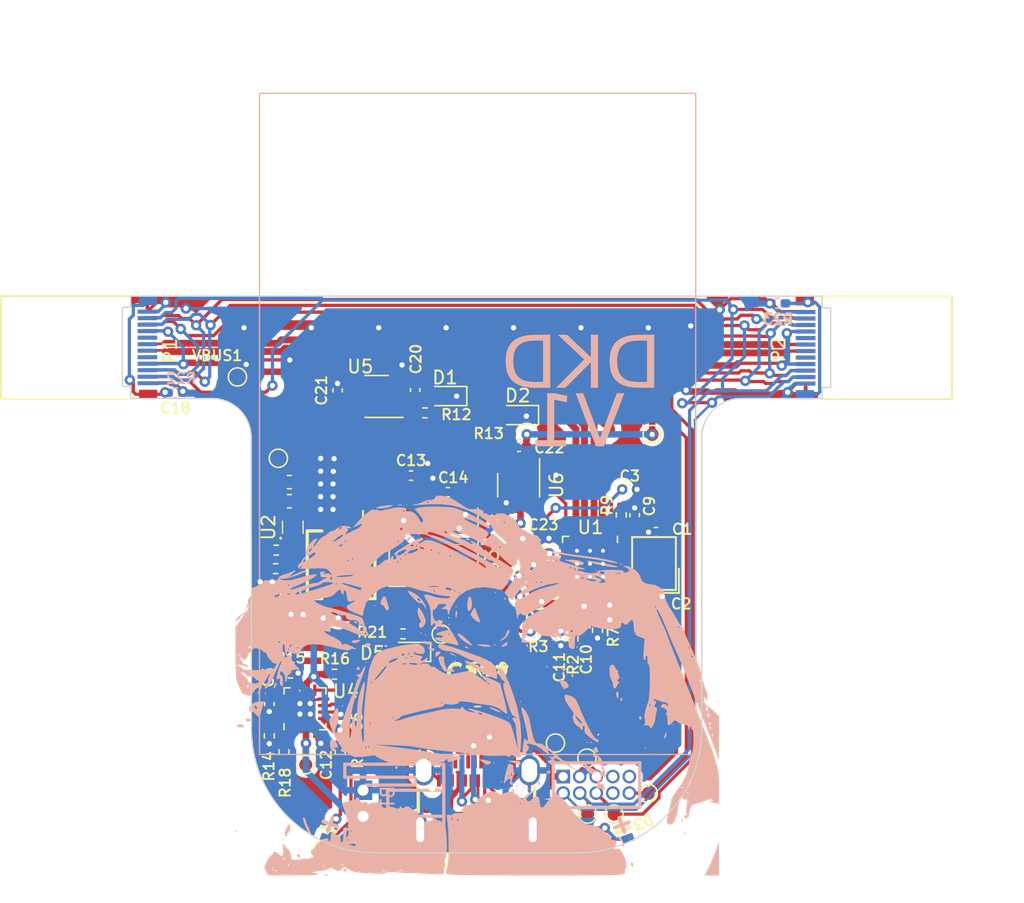
<source format=kicad_pcb>
(kicad_pcb (version 20221018) (generator pcbnew)
  (layers (0 "F.Cu" signal) (31 "B.Cu" signal) (34 "B.Paste" user) (35 "F.Paste" user) (36 "B.SilkS" user "B.Silkscreen") (37 "F.SilkS" user "F.Silkscreen") (38 "B.Mask" user) (39 "F.Mask" user) (44 "Edge.Cuts" user))
  (net 0 "")
  (net 1 "GND")
  (net 2 "Net-(U1-XTALIN{slash}CLKIN)")
  (net 3 "Net-(U1-XTALOUT{slash}(CLKIN_EN))")
  (net 4 "+3V3")
  (net 5 "Net-(U1-CRFILT)")
  (net 6 "Net-(U1-PLLFILT)")
  (net 7 "Net-(U1-VBUS_DET)")
  (net 8 "RESET")
  (net 11 "VTRef")
  (net 12 "Net-(J1-CC1)")
  (net 18 "Net-(J1-CC2)")
  (net 20 "SWDIO")
  (net 22 "/DeviceSelect/D2+")
  (net 23 "/DeviceSelect/D2-")
  (net 24 "Net-(D3-K)")
  (net 25 "nRESET")
  (net 26 "SWO")
  (net 28 "/ExtraBattery/VBAT")
  (net 29 "SWCLK")
  (net 31 "/ExtraBattery/3.7Out")
  (net 33 "/DeviceSelect/D1+")
  (net 34 "/DeviceSelect/D1-")
  (net 37 "Net-(U1-SMBDATA{slash}NON_REM1)")
  (net 38 "Net-(U1-SUSP_IND{slash}LOCAL_PWR{slash}(NON_REM0))")
  (net 43 "PWREN1")
  (net 44 "/DeviceSelect/VBUS1")
  (net 45 "PWREN2")
  (net 46 "Net-(U1-SMBCLK{slash}CFG_SEL0)")
  (net 47 "Net-(U1-RBIAS)")
  (net 49 "/DeviceSelect/VBUS2")
  (net 50 "Net-(D1-A)")
  (net 51 "Net-(D2-A)")
  (net 52 "Net-(D4-A)")
  (net 53 "Net-(U2-SW)")
  (net 54 "Net-(D3-A)")
  (net 55 "Net-(D4-K)")
  (net 56 "/ExtraBattery/FB")
  (net 57 "Net-(U4-ISET)")
  (net 58 "Net-(U4-ILIM)")
  (net 59 "Net-(U4-TS)")
  (net 61 "/DeviceSelect/Vsys")
  (net 62 "Net-(D5-A)")
  (net 63 "/DeviceSelect/D-")
  (net 66 "Net-(P1-SHIELD)")
  (net 67 "Net-(P2-SHIELD)")
  (net 68 "Net-(J1-D+-PadA6)")
  (net 69 "Net-(J1-D--PadA7)")
  (net 70 "/DeviceSelect/D+")
  (footprint "Package_TO_SOT_SMD:SOT-23-6_Handsoldering" (layer "F.Cu") (at 148.771443 73.733557 -90)
    (fp_text reference "U6")
    (fp_text value "SIP32509DT-T1-GE3")
  )
  (footprint "Package_DFN_QFN:VQFN-16-1EP_3x3mm_P0.5mm_EP1.6x1.6mm" (layer "F.Cu") (at 132.364154 90.913557 90)
    (fp_text reference "U4")
    (fp_text value "BQ24073RGT")
  )
  (footprint "TestPoint:TestPoint_Pad_D1.0mm" (layer "F.Cu") (at 127.176443 65.413557 90)
    (fp_text reference "TP3" hide)
    (fp_text value "TestPoint")
  )
  (footprint "Resistor_SMD:R_0402_1005Metric_Pad0.72x0.64mm_HandSolder" (layer "F.Cu") (at 143.918943 92.993557)
    (fp_text reference "R4")
    (fp_text value "5k1")
  )
  (footprint "Capacitor_SMD:C_0402_1005Metric_Pad0.74x0.62mm_HandSolder" (layer "F.Cu") (at 129.631231 90.546345 -90)
    (fp_text reference "C5")
    (fp_text value "1u")
  )
  (footprint "Capacitor_SMD:C_0402_1005Metric_Pad0.74x0.62mm_HandSolder" (layer "F.Cu") (at 151.096943 78.380057 -90)
    (fp_text reference "C4")
    (fp_text value "1u")
  )
  (footprint "Capacitor_SMD:C_0402_1005Metric_Pad0.74x0.62mm_HandSolder" (layer "F.Cu") (at 155.766943 83.51 90)
    (fp_text reference "C7")
    (fp_text value "100n")
  )
  (footprint "Capacitor_SMD:C_0402_1005Metric_Pad0.74x0.62mm_HandSolder" (layer "F.Cu") (at 157.2925 74.05 180)
    (fp_text reference "C3")
    (fp_text value "100n")
  )
  (footprint "easyeda2kicad:IND-SMD_L5.2-W5.2_YSPI0530" (layer "F.Cu") (at 135.136443 79.843557 90)
    (fp_text reference "L1")
    (fp_text value "4.7u")
  )
  (footprint "Capacitor_SMD:C_0402_1005Metric_Pad0.74x0.62mm_HandSolder" (layer "F.Cu") (at 159.149443 82.357557)
    (fp_text reference "C2")
    (fp_text value "18p")
  )
  (footprint "easyeda2kicad:SideStuckLED" (layer "F.Cu") (at 157.27615 101.202449 -160)
    (fp_text reference "D3")
    (fp_text value "BLUE LED")
  )
  (footprint "TestPoint:TestPoint_Pad_D1.0mm" (layer "F.Cu") (at 133.766443 83.943557 180)
    (fp_text reference "TP7" hide)
    (fp_text value "TestPoint")
  )
  (footprint "Capacitor_SMD:C_0603_1608Metric_Pad1.08x0.95mm_HandSolder" (layer "F.Cu") (at 131.158943 73.493557)
    (fp_text reference "C16" hide)
    (fp_text value "22u")
  )
  (footprint "Resistor_SMD:R_0402_1005Metric_Pad0.72x0.64mm_HandSolder" (layer "F.Cu") (at 148.798943 69.823557 180)
    (fp_text reference "R13")
    (fp_text value "220")
  )
  (footprint "TestPoint:TestPoint_Pad_D1.0mm" (layer "F.Cu") (at 154.066443 99.003557 90)
    (fp_text reference "TP13" hide)
    (fp_text value "TestPoint")
  )
  (footprint "LED_SMD:LED_0603_1608Metric_Pad1.05x0.95mm_HandSolder" (layer "F.Cu") (at 140.351443 86.543557 180)
    (fp_text reference "D5")
    (fp_text value "LED")
  )
  (footprint "Resistor_SMD:R_0402_1005Metric_Pad0.72x0.64mm_HandSolder" (layer "F.Cu") (at 152.946943 85.525057 90)
    (fp_text reference "R2")
    (fp_text value "10k")
  )
  (footprint "Capacitor_SMD:C_0603_1608Metric_Pad1.08x0.95mm_HandSolder" (layer "F.Cu") (at 131.158943 74.963557)
    (fp_text reference "C17" hide)
    (fp_text value "22u")
  )
  (footprint "Resistor_SMD:R_0402_1005Metric_Pad0.72x0.64mm_HandSolder" (layer "F.Cu") (at 131.238731 88.166345)
    (fp_text reference "R15")
    (fp_text value "1.18k")
  )
  (footprint "Capacitor_SMD:C_0402_1005Metric_Pad0.74x0.62mm_HandSolder" (layer "F.Cu") (at 168.696443 59.753557)
    (fp_text reference "C19")
    (fp_text value "100n")
  )
  (footprint "Capacitor_SMD:C_0402_1005Metric_Pad0.74x0.62mm_HandSolder" (layer "F.Cu") (at 140.826443 66.413557 -90)
    (fp_text reference "C20")
    (fp_text value "100n")
  )
  (footprint "easyeda2kicad:USB-C-SMD_TYPE-C-24P-GTJB-040" (layer "F.Cu") (at 120.286443 63.143557 -90)
    (fp_text reference "P1")
    (fp_text value "USB_C_Plug")
  )
  (footprint "Resistor_SMD:R_0402_1005Metric_Pad0.72x0.64mm_HandSolder" (layer "F.Cu") (at 139.898943 85.153557)
    (fp_text reference "R21")
    (fp_text value "2k")
  )
  (footprint "Resistor_SMD:R_0402_1005Metric_Pad0.72x0.64mm_HandSolder" (layer "F.Cu") (at 152.0275 82.88)
    (fp_text reference "R8")
    (fp_text value "100")
  )
  (footprint "Capacitor_SMD:C_0402_1005Metric_Pad0.74x0.62mm_HandSolder" (layer "F.Cu") (at 140.506443 72.993557)
    (fp_text reference "C13")
    (fp_text value "2.2u")
  )
  (footprint "Resistor_SMD:R_0402_1005Metric_Pad0.72x0.64mm_HandSolder" (layer "F.Cu") (at 141.578943 68.173557)
    (fp_text reference "R12")
    (fp_text value "220")
  )
  (footprint "Resistor_SMD:R_0402_1005Metric_Pad0.72x0.64mm_HandSolder" (layer "F.Cu") (at 130.153943 78.723557 180)
    (fp_text reference "R20" hide)
    (fp_text value "732")
  )
  (footprint "Capacitor_SMD:C_0402_1005Metric_Pad0.74x0.62mm_HandSolder" (layer "F.Cu") (at 148.798943 70.783557)
    (fp_text reference "C22")
    (fp_text value "100n")
  )
  (footprint "Capacitor_SMD:C_0402_1005Metric_Pad0.74x0.62mm_HandSolder" (layer "F.Cu") (at 135.051231 91.968845 90)
    (fp_text reference "C6")
    (fp_text value "4.7u")
  )
  (footprint "Resistor_SMD:R_0402_1005Metric_Pad0.72x0.64mm_HandSolder" (layer "F.Cu") (at 130.116443 80.143557)
    (fp_text reference "R19" hide)
    (fp_text value "100k")
  )
  (footprint "Resistor_SMD:R_0402_1005Metric_Pad0.72x0.64mm_HandSolder" (layer "F.Cu") (at 154.826943 84.875057 90)
    (fp_text reference "R7")
    (fp_text value "100")
  )
  (footprint "Package_TO_SOT_SMD:SOT-23-6_Handsoldering" (layer "F.Cu") (at 137.856443 66.913557 180)
    (fp_text reference "U5")
    (fp_text value "SIP32509DT-T1-GE3")
  )
  (footprint "TestPoint:TestPoint_Pad_D1.0mm" (layer "F.Cu") (at 130.316443 71.663557 180)
    (fp_text reference "TP6" hide)
    (fp_text value "TestPoint")
  )
  (footprint "easyeda2kicad:SOT-563_L1.6-W1.2-P0.50-LS1.6-BR" (layer "F.Cu") (at 131.426443 76.963557 -90)
    (fp_text reference "U2")
    (fp_text value "TPS61023DRLR")
  )
  (footprint "Capacitor_SMD:C_0402_1005Metric_Pad0.74x0.62mm_HandSolder" (layer "F.Cu") (at 122.416443 66.633557 180)
    (fp_text reference "C18")
    (fp_text value "100n")
  )
  (footprint "easyeda2kicad:CRYSTAL-SMD_4P-L3.2-W2.5-BL" (layer "F.Cu") (at 159.166943 79.747557 90)
    (fp_text reference "Y1" hide)
    (fp_text value "X322524MOB4SI")
  )
  (footprint "Capacitor_SMD:C_0402_1005Metric_Pad0.74x0.62mm_HandSolder" (layer "F.Cu") (at 159.316943 77.337557)
    (fp_text reference "C1")
    (fp_text value "18p")
  )
  (footprint "Resistor_SMD:R_0402_1005Metric_Pad0.72x0.64mm_HandSolder" (layer "F.Cu") (at 134.623731 88.256345 180)
    (fp_text reference "R16")
    (fp_text value "1.18k")
  )
  (footprint "TestPoint:TestPoint_Pad_D1.0mm" (layer "F.Cu") (at 151.596443 93.543557 90)
    (fp_text reference "TP11" hide)
    (fp_text value "TestPoint")
  )
  (footprint "easyeda2kicad:USB-C-SMD_TYPE-C-24P-GTJB-040" (layer "F.Cu") (at 170.778943 63.173557 90)
    (fp_text reference "P2")
    (fp_text value "USB_C_Plug")
  )
  (footprint "Package_TO_SOT_SMD:SOT-223-3_TabPin2" (layer "F.Cu") (at 142.236443 79.593557 -90)
    (fp_text reference "U3")
    (fp_text value "AMS1117-3.3")
  )
  (footprint "Capacitor_SMD:C_0402_1005Metric_Pad0.74x0.62mm_HandSolder" (layer "F.Cu") (at 131.646443 81.941057 -90)
    (fp_text reference "C15")
    (fp_text value "10u")
  )
  (footprint "Resistor_SMD:R_0402_1005Metric_Pad0.72x0.64mm_HandSolder" (layer "F.Cu") (at 156.65 76.0175 -90)
    (fp_text reference "R9")
    (fp_text value "12k")
  )
  (footprint "TestPoint:TestPoint_Pad_D1.0mm" (layer "F.Cu") (at 159.026443 69.833557 90)
    (fp_text reference "TP4" hide)
    (fp_text value "TestPoint")
  )
  (footprint "TestPoint:TestPoint_Pad_D1.0mm" (layer "F.Cu") (at 156.096443 99.003557 90)
    (fp_text reference "TP14" hide)
    (fp_text value "TestPoint")
  )
  (footprint "TestPoint:TestPoint_Pad_D1.0mm" (layer "F.Cu") (at 158.726443 97.413557 90)
    (fp_text reference "TP16" hide)
    (fp_text value "TestPoint")
  )
  (footprint "Capacitor_SMD:C_0402_1005Metric_Pad0.74x0.62mm_HandSolder" (layer "F.Cu") (at 153.886943 84.580057 90)
    (fp_text reference "C10")
    (fp_text value "100n")
  )
  (footprint "Resistor_SMD:R_0805_2012Metric_Pad1.20x1.40mm_HandSolder" (layer "F.Cu") (at 145.616443 91.473557 180)
    (fp_text reference "R11")
    (fp_text value "0R")
  )
  (footprint "TestPoint:TestPoint_Pad_D1.0mm" (layer "F.Cu") (at 142.826443 85.173557 180)
    (fp_text reference "TP10" hide)
    (fp_text value "TestPoint")
  )
  (footprint "Package_DFN_QFN:HVQFN-24-1EP_4x4mm_P0.5mm_EP2.5x2.5mm_ThermalVias" (layer "F.Cu") (at 154.25 79.7725 -90)
    (fp_text reference "U1")
    (fp_text value "USB2422T-I/MJ")
  )
  (footprint "Capacitor_SMD:C_0402_1005Metric_Pad0.74x0.62mm_HandSolder" (layer "F.Cu") (at 152.006943 85.495057 90)
    (fp_text reference "C11")
    (fp_text value "1u")
  )
  (footprint "Resistor_SMD:R_0402_1005Metric_Pad0.72x0.64mm_HandSolder" (layer "F.Cu") (at 152.039443 83.827557 180)
    (fp_text reference "R1")
    (fp_text value "10k")
  )
  (footprint "Capacitor_SMD:C_0402_1005Metric_Pad0.74x0.62mm_HandSolder" (layer "F.Cu") (at 150.489443 79.957557)
    (fp_text reference "C8")
    (fp_text value "1u")
  )
  (footprint "Capacitor_SMD:C_0402_1005Metric_Pad0.74x0.62mm_HandSolder" (layer "F.Cu") (at 134.866443 66.4475 -90)
    (fp_text reference "C21")
    (fp_text value "4.7u")
  )
  (footprint "TestPoint:TestPoint_Pad_D1.0mm" (layer "F.Cu") (at 132.421231 95.206345 180)
    (fp_text reference "TP8" hide)
    (fp_text value "TestPoint")
  )
  (footprint "Resistor_SMD:R_0805_2012Metric_Pad1.20x1.40mm_HandSolder" (layer "F.Cu") (at 146.586443 89.553557 180)
    (fp_text reference "R10")
    (fp_text value "0R")
  )
  (footprint "TestPoint:TestPoint_Pad_D1.0mm" (layer "F.Cu") (at 152.046443 99.003557 90)
    (fp_text reference "TP12" hide)
    (fp_text value "TestPoint")
  )
  (footprint "TestPoint:TestPoint_Pad_D1.0mm" (layer "F.Cu") (at 154.016443 94.703557 90)
    (fp_text reference "TP17" hide)
    (fp_text value "TestPoint")
  )
  (footprint "Resistor_SMD:R_0402_1005Metric_Pad0.72x0.64mm_HandSolder" (layer "F.Cu") (at 150.5075 81.8)
    (fp_text reference "R6" hide)
    (fp_text value "100")
  )
  (footprint "Resistor_SMD:R_0402_1005Metric_Pad0.72x0.64mm_HandSolder" (layer "F.Cu") (at 130.751231 94.226345 90)
    (fp_text reference "R18")
    (fp_text value "10k")
  )
  (footprint "LED_SMD:LED_0603_1608Metric_Pad1.05x0.95mm_HandSolder" (layer "F.Cu") (at 148.641443 68.343557 180)
    (fp_text reference "D2")
    (fp_text value "BLUE LED")
  )
  (footprint "Resistor_SMD:R_0402_1005Metric_Pad0.72x0.64mm_HandSolder" (layer "F.Cu") (at 129.621231 92.993845 -90)
    (fp_text reference "R14")
    (fp_text value "1.78k")
  )
  (footprint "Resistor_SMD:R_0402_1005Metric_Pad0.72x0.64mm_HandSolder" (layer "F.Cu") (at 135.071231 94.233845 90)
    (fp_text reference "R17")
    (fp_text value "1.18k")
  )
  (footprint "Capacitor_SMD:C_0402_1005Metric_Pad0.74x0.62mm_HandSolder" (layer "F.Cu") (at 133.008731 93.566345)
    (fp_text reference "C12")
    (fp_text value "4.7u")
  )
  (footprint "Capacitor_SMD:C_0402_1005Metric_Pad0.74x0.62mm_HandSolder" (layer "F.Cu") (at 157.68 76.0375 -90)
    (fp_text reference "C9")
    (fp_text value "100n")
  )
  (footprint "easyeda2kicad:OTS3" (layer "F.Cu") (at 145.59 88.288337)
    (fp_text reference "G***")
    (fp_text value "LOGO" hide)
  )
  (footprint "easyeda2kicad:TYPE-C-SMD_C9900025773" (layer "F.Cu") (at 145.531443 97.611057)
    (fp_text reference "J1")
    (fp_text value "USB_C_Receptacle")
  )
  (footprint "Resistor_SMD:R_0402_1005Metric_Pad0.72x0.64mm_HandSolder" (layer "F.Cu") (at 150.279443 84.957557 180)
    (fp_text reference "R3")
    (fp_text value "10k")
  )
  (footprint "easyeda2kicad:SideStuckLED" (layer "F.Cu") (at 133.876736 101.192449 160)
    (fp_text reference "D4")
    (fp_text value "BLUE RED")
  )
  (footprint "Capacitor_SMD:C_0402_1005Metric_Pad0.74x0.62mm_HandSolder" (layer "F.Cu") (at 143.326443 74.273557)
    (fp_text reference "C14")
    (fp_text value "2.2u")
  )
  (footprint "Capacitor_SMD:C_0402_1005Metric_Pad0.74x0.62mm_HandSolder" (layer "F.Cu") (at 148.348943 76.693557)
    (fp_text reference "C23")
    (fp_text value "4.7u")
  )
  (footprint "LED_SMD:LED_0603_1608Metric_Pad1.05x0.95mm_HandSolder" (layer "F.Cu") (at 143.131443 66.883557 180)
    (fp_text reference "D1")
    (fp_text value "BLUE LED")
  )
  (footprint "easyeda2kicad:CONN-TH_S2B-PH-K-S-LF-SN" (layer "B.Cu") (at 145.62 97.07)
    (fp_text reference "BT2")
    (fp_text value "Battery")
  )
  (footprint "easyeda2kicad:HDR-TH_10P-P1.27-V-M-R2-C5-S1.27-1" (layer "B.Cu") (at 154.733943 96.758557)
    (fp_text reference "J4")
    (fp_text value "Conn_01x10_Socket")
  )
  (footprint "Resistor_SMD:R_0402_1005Metric_Pad0.72x0.64mm_HandSolder" (layer "B.Cu") (at 168.658943 59.763557 180)
    (fp_text reference "R23")
    (fp_text value "1k")
  )
  (footprint "Resistor_SMD:R_0402_1005Metric_Pad0.72x0.64mm_HandSolder" (layer "B.Cu") (at 122.416443 66.633557)
    (fp_text reference "R22")
    (fp_text value "1k")
  )
  (footprint "Resistor_SMD:R_0402_1005Metric_Pad0.72x0.64mm_HandSolder" (layer "B.Cu") (at 147.176443 97.883557 180)
    (fp_text reference "R5" hide)
    (fp_text value "5k1")
  )
  (gr_line locked (start 172.081443 60.113557) (end 172.081443 59.203557) (stroke (width 0.1)) (layer "Edge.Cuts"))
  (gr_line locked (start 118.331443 66.153557) (end 118.981443 66.153557) (stroke (width 0.1)) (layer "Edge.Cuts"))
  (gr_line locked (start 172.731443 66.213557) (end 172.731443 60.113557) (stroke (width 0.1)) (layer "Edge.Cuts"))
  (gr_line locked (start 162.836443 59.203557) (end 172.081443 59.203557) (stroke (width 0.1)) (layer "Edge.Cuts"))
  (gr_line locked (start 118.981443 66.153557) (end 118.981443 67.063557) (stroke (width 0.1)) (layer "Edge.Cuts"))
  (gr_arc locked (start 125.229302 67.063557) (mid 127.349624 67.941223) (end 128.229301 70.060696) (stroke (width 0.1)) (layer "Edge.Cuts"))
  (gr_line locked (start 162.836443 70.063557) (end 162.836443 92.473557) (stroke (width 0.1)) (layer "Edge.Cuts"))
  (gr_line locked (start 172.081443 66.213557) (end 172.731443 66.213557) (stroke (width 0.1)) (layer "Edge.Cuts"))
  (gr_arc locked (start 162.836443 92.473557) (mid 160.053957 99.191071) (end 153.336443 101.973557) (stroke (width 0.1)) (layer "Edge.Cuts"))
  (gr_line locked (start 118.331443 60.053557) (end 118.331443 66.153557) (stroke (width 0.1)) (layer "Edge.Cuts"))
  (gr_arc locked (start 137.750677 101.973557) (mid 131.0352 99.193112) (end 128.250678 92.479325) (stroke (width 0.1)) (layer "Edge.Cuts"))
  (gr_line locked (start 128.226443 59.203557) (end 118.981443 59.203557) (stroke (width 0.1)) (layer "Edge.Cuts"))
  (gr_line locked (start 165.836443 67.063557) (end 172.081443 67.063557) (stroke (width 0.1)) (layer "Edge.Cuts"))
  (gr_line locked (start 125.229302 67.063557) (end 118.981443 67.063557) (stroke (width 0.1)) (layer "Edge.Cuts"))
  (gr_line locked (start 128.250678 92.479325) (end 128.229301 70.060696) (stroke (width 0.1)) (layer "Edge.Cuts"))
  (gr_line locked (start 172.731443 60.113557) (end 172.081443 60.113557) (stroke (width 0.1)) (layer "Edge.Cuts"))
  (gr_line locked (start 162.836443 59.203557) (end 128.226443 59.203557) (stroke (width 0.1)) (layer "Edge.Cuts"))
  (gr_line locked (start 118.981443 59.203557) (end 118.981443 60.053557) (stroke (width 0.1)) (layer "Edge.Cuts"))
  (gr_line locked (start 153.336443 101.973557) (end 137.750677 101.973557) (stroke (width 0.1)) (layer "Edge.Cuts"))
  (gr_line locked (start 172.081443 67.063557) (end 172.081443 66.213557) (stroke (width 0.1)) (layer "Edge.Cuts"))
  (gr_arc locked (start 162.836443 70.063557) (mid 163.715123 67.942237) (end 165.836443 67.063557) (stroke (width 0.1)) (layer "Edge.Cuts"))
  (gr_line locked (start 118.981443 60.053557) (end 118.331443 60.053557) (stroke (width 0.1)) (layer "Edge.Cuts"))
  (gr_text locked "V1" (at 156.93 71.42) (layer "B.SilkS") (effects (font (size 4 4)) (justify left bottom mirror)))
  (gr_text locked "DKD" (at 159.73 66.93) (layer "B.SilkS") (effects (font (size 4 4)) (justify left bottom mirror)))
  (gr_text locked "VBUS1\n" (at 123.6 64.24) (layer "F.SilkS") (effects (font (size 0.8 0.8) (thickness 0.15) bold) (justify left bottom)))
  (segment locked (start 121.67208 59.687274) (end 122.754354 59.687274) (width 0.25) (layer "F.Cu") (net 1))
  (segment locked (start 160.016943 82.057557) (end 159.796943 82.277557) (width 0.25) (layer "F.Cu") (net 1))
  (segment locked (start 131.926443 76.213557) (end 132.946443 76.213557) (width 0.25) (layer "F.Cu") (net 1))
  (segment locked (start 133.039154 91.583435) (end 132.771231 91.315512) (width 0.2) (layer "F.Cu") (net 1))
  (segment locked (start 152.946943 86.087557) (end 153.886943 85.147557) (width 0.25) (layer "F.Cu") (net 1))
  (segment locked (start 133.114154 92.351057) (end 133.039154 92.276057) (width 0.2) (layer "F.Cu") (net 1))
  (segment locked (start 129.621231 93.591345) (end 129.621231 93.591367) (width 0.25) (layer "F.Cu") (net 1))
  (segment locked (start 134.951239 91.163557) (end 135.120117 91.332435) (width 0.25) (layer "F.Cu") (net 1))
  (segment locked (start 158.726443 61.278557) (end 161.773733 61.278557) (width 0.25) (layer "F.Cu") (net 1))
  (segment locked (start 148.411443 94.991057) (end 148.961443 94.991057) (width 0.25) (layer "F.Cu") (net 1))
  (segment locked (start 157.68 75.47) (end 156.7 75.47) (width 0.25) (layer "F.Cu") (net 1))
  (segment locked (start 133.064019 90.213557) (end 132.771231 90.506345) (width 0.2) (layer "F.Cu") (net 1))
  (segment locked (start 133.801654 91.163557) (end 134.951239 91.163557) (width 0.25) (layer "F.Cu") (net 1))
  (segment locked (start 160.016943 80.847557) (end 160.016943 82.057557) (width 0.25) (layer "F.Cu") (net 1))
  (segment locked (start 130.751231 94.721367) (end 129.621231 93.591367) (width 0.25) (layer "F.Cu") (net 1))
  (segment locked (start 165.05737 59.402244) (end 164.21467 60.244944) (width 0.25) (layer "F.Cu") (net 1))
  (segment locked (start 149.446443 68.343557) (end 149.366443 68.423557) (width 0.25) (layer "F.Cu") (net 1))
  (segment locked (start 122.376132 66.110128) (end 122.264561 65.998557) (width 0.25) (layer "F.Cu") (net 1))
  (segment locked (start 133.114154 92.351057) (end 133.114154 93.104296) (width 0.25) (layer "F.Cu") (net 1))
  (segment locked (start 130.926654 90.663557) (end 130.898866 90.691345) (width 0.25) (layer "F.Cu") (net 1))
  (segment locked (start 168.061443 59.763557) (end 167.70013 59.402244) (width 0.25) (layer "F.Cu") (net 1))
  (segment locked (start 149.91 82.05) (end 150.53 82.67) (width 0.25) (layer "F.Cu") (net 1))
  (segment locked (start 161.773733 61.278557) (end 161.984572 61.489396) (width 0.25) (layer "F.Cu") (net 1))
  (segment locked (start 122.048738 65.998557) (end 121.92 65.869819) (width 0.25) (layer "F.Cu") (net 1))
  (segment locked (start 152.946943 86.122557) (end 152.946943 86.087557) (width 0.25) (layer "F.Cu") (net 1))
  (segment locked (start 142.101443 94.991057) (end 141.471443 95.621057) (width 0.25) (layer "F.Cu") (net 1))
  (segment locked (start 131.926443 76.213557) (end 131.926443 75.058557) (width 0.25) (layer "F.Cu") (net 1))
  (segment locked (start 132.946443 76.213557) (end 133.566443 75.593557) (width 0.25) (layer "F.Cu") (net 1))
  (segment locked (start 121.03 65.93) (end 120.292886 65.93) (width 0.25) (layer "F.Cu") (net 1))
  (segment locked (start 149.91 81.8) (end 149.91 82.05) (width 0.25) (layer "F.Cu") (net 1))
  (segment locked (start 147.781443 75.123557) (end 147.821443 75.083557) (width 0.5) (layer "F.Cu") (net 1))
  (segment locked (start 161.858043 66.66) (end 161.629021 66.430978) (width 0.25) (layer "F.Cu") (net 1))
  (segment locked (start 155.613712 83.845057) (end 155.766943 83.998288) (width 0.25) (layer "F.Cu") (net 1))
  (segment locked (start 168.848325 60.388557) (end 170.773943 60.388557) (width 0.25) (layer "F.Cu") (net 1))
  (segment locked (start 169.354705 66.66) (end 161.858043 66.66) (width 0.25) (layer "F.Cu") (net 1))
  (segment locked (start 133.32854 90.213557) (end 133.064019 90.213557) (width 0.2) (layer "F.Cu") (net 1))
  (segment locked (start 142.911443 93.403557) (end 142.911443 94.991057) (width 0.25) (layer "F.Cu") (net 1))
  (segment locked (start 153.463943 95.676057) (end 154.076443 95.063557) (width 0.25) (layer "F.Cu") (net 1))
  (segment locked (start 156.7 75.47) (end 156.65 75.42) (width 0.25) (layer "F.Cu") (net 1))
  (segment locked (start 154.076443 95.093557) (end 154.076443 94.653557) (width 0.25) (layer "F.Cu") (net 1))
  (segment locked (start 134.862077 65.915276) (end 134.930358 65.983557) (width 0.5) (layer "F.Cu") (net 1))
  (segment locked (start 149.516443 67.816443) (end 148.36 66.66) (width 0.25) (layer "F.Cu") (net 1))
  (segment locked (start 148.961443 94.991057) (end 149.591443 95.621057) (width 0.25) (layer "F.Cu") (net 1))
  (segment locked (start 132.923186 91.163557) (end 132.771231 91.315512) (width 0.25) (layer "F.Cu") (net 1))
  (segment locked (start 149.516443 68.343557) (end 149.446443 68.343557) (width 0.25) (layer "F.Cu") (net 1))
  (segment locked (start 139.426443 64.103557) (end 128.196443 64.103557) (width 0.25) (layer "F.Cu") (net 1))
  (segment locked (start 121.090181 65.869819) (end 121.03 65.93) (width 0.25) (layer "F.Cu") (net 1))
  (segment locked (start 149.921931 79.957569) (end 149.921931 79.845) (width 0.25) (layer "F.Cu") (net 1))
  (segment locked (start 151.096943 77.812557) (end 151.096935 77.812549) (width 0.25) (layer "F.Cu") (net 1))
  (segment locked (start 170.808943 65.923557) (end 170.091148 65.923557) (width 0.25) (layer "F.Cu") (net 1))
  (segment locked (start 120.962726 59.687274) (end 121.67208 59.687274) (width 0.25) (layer "F.Cu") (net 1))
  (segment locked (start 120.256443 60.393557) (end 120.962726 59.687274) (width 0.25) (layer "F.Cu") (net 1))
  (segment locked (start 121.92 65.869819) (end 121.090181 65.869819) (width 0.25) (layer "F.Cu") (net 1))
  (segment locked (start 130.751231 94.823845) (end 130.751231 94.721367) (width 0.25) (layer "F.Cu") (net 1))
  (segment locked (start 169.427592 66.587113) (end 169.354705 66.66) (width 0.25) (layer "F.Cu") (net 1))
  (segment locked (start 128.196443 64.103557) (end 127.846443 64.453557) (width 0.25) (layer "F.Cu") (net 1))
  (segment locked (start 133.039154 92.276057) (end 133.039154 91.583435) (width 0.2) (layer "F.Cu") (net 1))
  (segment locked (start 148.161443 96.391057) (end 148.931443 95.621057) (width 0.25) (layer "F.Cu") (net 1))
  (segment locked (start 130.898866 90.691345) (end 130.053731 90.691345) (width 0.25) (layer "F.Cu") (net 1))
  (segment locked (start 135.051231 91.401345) (end 135.051231 91.401321) (width 0.25) (layer "F.Cu") (net 1))
  (segment locked (start 142.651443 96.391057) (end 141.881443 95.621057) (width 0.25) (layer "F.Cu") (net 1))
  (segment locked (start 134.930358 65.983557) (end 136.486443 65.983557) (width 0.5) (layer "F.Cu") (net 1))
  (segment locked (start 154.733943 96.118557) (end 154.733943 95.751057) (width 0.25) (layer "F.Cu") (net 1))
  (segment locked (start 139.816443 64.493557) (end 139.426443 64.103557) (width 0.25) (layer "F.Cu") (net 1))
  (segment locked (start 122.981443 66.513557) (end 122.578014 66.110128) (width 0.25) (layer "F.Cu") (net 1))
  (segment locked (start 132.114154 90.663557) (end 132.364154 90.913557) (width 0.25) (layer "F.Cu") (net 1))
  (segment locked (start 151.43 82.88) (end 150.74 82.88) (width 0.25) (layer "F.Cu") (net 1))
  (segment locked (start 158.749443 77.337557) (end 158.749443 78.215057) (width 0.25) (layer "F.Cu") (net 1))
  (segment locked (start 131.926443 75.058557) (end 132.021443 74.963557) (width 0.25) (layer "F.Cu") (net 1))
  (segment locked (start 122.578014 66.110128) (end 122.376132 66.110128) (width 0.25) (layer "F.Cu") (net 1))
  (segment locked (start 147.821452 75.083548) (end 147.821461 75.083548) (width 0.25) (layer "F.Cu") (net 1))
  (segment locked (start 154.826943 85.472557) (end 154.211943 85.472557) (width 0.25) (layer "F.Cu") (net 1))
  (segment locked (start 152.066943 86.122557) (end 152.006943 86.062557) (width 0.25) (layer "F.Cu") (net 1))
  (segment locked (start 144.006443 66.883557) (end 144.006443 66.893557) (width 0.25) (layer "F.Cu") (net 1))
  (segment locked (start 133.801654 90.163557) (end 133.37854 90.163557) (width 0.2) (layer "F.Cu") (net 1))
  (segment locked (start 154.076443 95.063557) (end 154.076443 94.653557) (width 0.25) (layer "F.Cu") (net 1))
  (segment locked (start 168.128943 59.753557) (end 168.213325 59.753557) (width 0.25) (layer "F.Cu") (net 1))
  (segment locked (start 167.70013 59.402244) (end 165.05737 59.402244) (width 0.25) (layer "F.Cu") (net 1))
  (segment locked (start 149.516443 68.343557) (end 149.516443 67.816443) (width 0.25) (layer "F.Cu") (net 1))
  (segment locked (start 135.051231 91.401321) (end 135.120117 91.332435) (width 0.25) (layer "F.Cu") (net 1))
  (segment locked (start 143.321443 92.993557) (end 142.911443 93.403557) (width 0.25) (layer "F.Cu") (net 1))
  (segment locked (start 150.74 82.88) (end 150.53 82.67) (width 0.25) (layer "F.Cu") (net 1))
  (segment locked (start 131.836231 88.166345) (end 131.836241 88.166355) (width 0.25) (layer "F.Cu") (net 1))
  (segment locked (start 149.886712 79.992788) (end 149.921931 79.957569) (width 0.25) (layer "F.Cu") (net 1))
  (segment locked (start 141.881443 95.621057) (end 141.471443 95.621057) (width 0.25) (layer "F.Cu") (net 1))
  (segment locked (start 154.733943 95.751057) (end 154.076443 95.093557) (width 0.25) (layer "F.Cu") (net 1))
  (segment locked (start 143.893943 75.801057) (end 144.536443 76.443557) (width 0.8) (layer "F.Cu") (net 1))
  (segment locked (start 154.211943 85.472557) (end 153.886943 85.147557) (width 0.25) (layer "F.Cu") (net 1))
  (segment locked (start 153.463943 96.118557) (end 153.463943 95.676057) (width 0.25) (layer "F.Cu") (net 1))
  (segment locked (start 122.264561 65.998557) (end 122.048738 65.998557) (width 0.25) (layer "F.Cu") (net 1))
  (segment locked (start 143.893943 74.273557) (end 143.893943 75.801057) (width 0.8) (layer "F.Cu") (net 1))
  (segment locked (start 129.631231 91.113845) (end 129.621231 91.123845) (width 0.25) (layer "F.Cu") (net 1))
  (segment locked (start 133.37854 90.163557) (end 133.32854 90.213557) (width 0.2) (layer "F.Cu") (net 1))
  (segment locked (start 136.486443 65.983557) (end 136.506443 65.963557) (width 0.5) (layer "F.Cu") (net 1))
  (segment locked (start 148.931443 95.621057) (end 149.591443 95.621057) (width 0.25) (layer "F.Cu") (net 1))
  (segment locked (start 148.161443 96.391057) (end 148.411443 96.141057) (width 0.25) (layer "F.Cu") (net 1))
  (segment locked (start 155.766943 83.998288) (end 155.766943 84.077476) (width 0.25) (layer "F.Cu") (net 1))
  (segment locked (start 147.821443 75.083557) (end 147.821452 75.083548) (width 0.25) (layer "F.Cu") (net 1))
  (segment locked (start 152.946943 86.122557) (end 152.066943 86.122557) (width 0.25) (layer "F.Cu") (net 1))
  (segment locked (start 147.781443 76.693557) (end 147.781443 75.123557) (width 0.5) (layer "F.Cu") (net 1))
  (segment locked (start 158.749443 78.215057) (end 158.316943 78.647557) (width 0.25) (layer "F.Cu") (net 1))
  (segment locked (start 159.716943 82.357557) (end 159.796943 82.277557) (width 0.25) (layer "F.Cu") (net 1))
  (segment locked (start 130.053731 90.691345) (end 129.631231 91.113845) (width 0.25) (layer "F.Cu") (net 1))
  (segment locked (start 170.091148 65.923557) (end 169.427592 66.587113) (width 0.25) (layer "F.Cu") (net 1))
  (segment locked (start 133.114154 93.104296) (end 133.576203 93.566345) (width 0.25) (layer "F.Cu") (net 1))
  (segment locked (start 168.213325 59.753557) (end 168.848325 60.388557) (width 0.25) (layer "F.Cu") (net 1))
  (segment locked (start 142.911443 94.991057) (end 142.101443 94.991057) (width 0.25) (layer "F.Cu") (net 1))
  (segment locked (start 120.292886 65.93) (end 120.256443 65.893557) (width 0.25) (layer "F.Cu") (net 1))
  (segment locked (start 122.754354 59.687274) (end 123.22208 60.155) (width 0.25) (layer "F.Cu") (net 1))
  (via locked (at 121.67208 59.687274) (size 0.8) (drill 0.4) (layers "F.Cu" "B.Cu") (net 1))
  (via locked (at 154.826943 85.472557) (size 0.8) (drill 0.4) (layers "F.Cu" "B.Cu") (net 1))
  (via locked (at 133.576203 93.566345) (size 0.8) (drill 0.4) (layers "F.Cu" "B.Cu") (net 1))
  (via locked (at 133.566443 71.673557) (size 0.8) (drill 0.4) (layers "F.Cu" "B.Cu") (net 1))
  (via locked (at 131.971764 90.51414) (size 0.8) (drill 0.4) (layers "F.Cu" "B.Cu") (net 1))
  (via locked (at 134.516443 74.613557) (size 0.8) (drill 0.4) (layers "F.Cu" "B.Cu") (net 1))
  (via locked (at 129.621231 93.591367) (size 0.8) (drill 0.4) (layers "F.Cu" "B.Cu") (net 1))
  (via locked (at 153.551443 61.633557) (size 0.8) (drill 0.4) (layers "F.Cu" "B.Cu") (net 1))
  (via locked (at 133.566443 72.653557) (size 0.8) (drill 0.4) (layers "F.Cu" "B.Cu") (net 1))
  (via locked (at 157.68 75.47) (size 0.8) (drill 0.4) (layers "F.Cu" "B.Cu") (net 1))
  (via locked (at 127.846443 64.453557) (size 0.8) (drill 0.4) (layers "F.Cu" "B.Cu") (net 1))
  (via locked (at 159.796943 82.277557) (size 0.8) (drill 0.4) (layers "F.Cu" "B.Cu") (net 1))
  (via locked (at 149.366443 68.423557) (size 0.8) (drill 0.4) (layers "F.Cu" "B.Cu") (net 1))
  (via locked (at 133.566443 74.613557) (size 0.8) (drill 0.4) (layers "F.Cu" "B.Cu") (net 1))
  (via locked (at 139.816443 64.493557) (size 0.8) (drill 0.4) (layers "F.Cu" "B.Cu") (net 1))
  (via locked (at 132.771231 91.315512) (size 0.8) (drill 0.4) (layers "F.Cu" "B.Cu") (net 1))
  (via locked (at 169.427592 66.587113) (size 0.8) (drill 0.4) (layers "F.Cu" "B.Cu") (net 1))
  (via locked (at 134.516443 73.633557) (size 0.8) (drill 0.4) (layers "F.Cu" "B.Cu") (net 1))
  (via locked (at 132.851443 61.633557) (size 0.8) (drill 0.4) (layers "F.Cu" "B.Cu") (net 1))
  (via locked (at 129.846443 81.153557) (size 0.8) (drill 0.4) (layers "F.Cu" "B.Cu") (net 1))
  (via locked (at 155.766943 84.077476) (size 0.8) (drill 0.4) (layers "F.Cu" "B.Cu") (net 1))
  (via locked (at 134.862077 65.915276) (size 0.8) (drill 0.4) (layers "F.Cu" "B.Cu") (net 1))
  (via locked (at 161.984572 61.489396) (size 0.8) (drill 0.4) (layers "F.Cu" "B.Cu") (net 1))
  (via locked (at 158.749443 77.337557) (size 0.8) (drill 0.4) (layers "F.Cu" "B.Cu") (net 1))
  (via locked (at 143.201443 61.633557) (size 0.8) (drill 0.4) (layers "F.Cu" "B.Cu") (net 1))
  (via locked (at 133.566443 75.593557) (size 0.8) (drill 0.4) (layers "F.Cu" "B.Cu") (net 1))
  (via locked (at 158.726443 61.633557) (size 0.8) (drill 0.4) (layers "F.Cu" "B.Cu") (net 1))
  (via locked (at 131.196443 64.113557) (size 0.8) (drill 0.4) (layers "F.Cu" "B.Cu") (net 1))
  (via locked (at 132.226443 83.663557) (size 0.8) (drill 0.4) (layers "F.Cu" "B.Cu") (net 1))
  (via locked (at 148.376443 61.633557) (size 0.8) (drill 0.4) (layers "F.Cu" "B.Cu") (net 1))
  (via locked (at 151.096935 77.812549) (size 0.8) (drill 0.4) (layers "F.Cu" "B.Cu") (net 1))
  (via locked (at 138.026443 61.633557) (size 0.8) (drill 0.4) (layers "F.Cu" "B.Cu") (net 1))
  (via locked (at 134.536443 72.673557) (size 0.8) (drill 0.4) (layers "F.Cu" "B.Cu") (net 1))
  (via locked (at 134.596443 71.693557) (size 0.8) (drill 0.4) (layers "F.Cu" "B.Cu") (net 1))
  (via locked (at 132.771231 90.506345) (size 0.8) (drill 0.4) (layers "F.Cu" "B.Cu") (net 1))
  (via locked (at 150.53 82.67) (size 0.8) (drill 0.4) (layers "F.Cu" "B.Cu") (net 1))
  (via locked (at 144.206443 77.043557) (size 0.8) (drill 0.4) (layers "F.Cu" "B.Cu") (net 1))
  (via locked (at 134.516443 75.593557) (size 0.8) (drill 0.4) (layers "F.Cu" "B.Cu") (net 1))
  (via locked (at 131.971764 91.315512) (size 0.8) (drill 0.4) (layers "F.Cu" "B.Cu") (net 1))
  (via locked (at 129.621231 91.123845) (size 0.8) (drill 0.4) (layers "F.Cu" "B.Cu") (net 1))
  (via locked (at 128.916443 81.143557) (size 0.8) (drill 0.4) (layers "F.Cu" "B.Cu") (net 1))
  (via locked (at 122.981443 66.513557) (size 0.8) (drill 0.4) (layers "F.Cu" "B.Cu") (net 1))
  (via locked (at 144.693435 75.976565) (size 0.8) (drill 0.4) (layers "F.Cu" "B.Cu") (net 1))
  (via locked (at 141.796443 72.063557) (size 0.8) (drill 0.4) (layers "F.Cu" "B.Cu") (net 1))
  (via locked (at 127.676443 61.633557) (size 0.8) (drill 0.4) (layers "F.Cu" "B.Cu") (net 1))
  (via locked (at 123.22208 60.155) (size 0.8) (drill 0.4) (layers "F.Cu" "B.Cu") (net 1))
  (via locked (at 164.21467 60.244944) (size 0.8) (drill 0.4) (layers "F.Cu" "B.Cu") (net 1))
  (via locked (at 168.061443 59.763557) (size 0.8) (drill 0.4) (layers "F.Cu" "B.Cu") (net 1))
  (via locked (at 133.566443 73.633557) (size 0.8) (drill 0.4) (layers "F.Cu" "B.Cu") (net 1))
  (via locked (at 147.821461 75.083548) (size 0.8) (drill 0.4) (layers "F.Cu" "B.Cu") (net 1))
  (via locked (at 142.186443 73.193557) (size 0.8) (drill 0.4) (layers "F.Cu" "B.Cu") (net 1))
  (via locked (at 152.006943 86.062557) (size 0.8) (drill 0.4) (layers "F.Cu" "B.Cu") (net 1))
  (via locked (at 131.296443 83.653557) (size 0.8) (drill 0.4) (layers "F.Cu" "B.Cu") (net 1))
  (via locked (at 131.836241 88.166355) (size 0.8) (drill 0.4) (layers "F.Cu" "B.Cu") (net 1))
  (via locked (at 161.629021 66.430978) (size 0.8) (drill 0.4) (layers "F.Cu" "B.Cu") (net 1))
  (via locked (at 157.86 74.049998) (size 0.8) (drill 0.4) (layers "F.Cu" "B.Cu") (net 1))
  (via locked (at 144.006443 66.893557) (size 0.8) (drill 0.4) (layers "F.Cu" "B.Cu") (net 1))
  (via locked (at 149.921931 79.845) (size 0.8) (drill 0.4) (layers "F.Cu" "B.Cu") (net 1))
  (via locked (at 151.636443 72.953557) (size 0.8) (drill 0.4) (layers "F.Cu" "B.Cu") (net 1))
  (via locked (at 135.120117 91.332435) (size 0.8) (drill 0.4) (layers "F.Cu" "B.Cu") (net 1))
  (segment locked (start 122.426263 66.110128) (end 122.829692 66.513557) (width 0.25) (layer "B.Cu") (net 1))
  (segment locked (start 123.013943 66.633557) (end 123.193943 66.813557) (width 0.25) (layer "B.Cu") (net 1))
  (segment locked (start 170.808943 60.423557) (end 168.721443 60.423557) (width 0.25) (layer "B.Cu") (net 1))
  (segment locked (start 149.241443 95.621057) (end 149.591443 95.621057) (width 0.25) (layer "B.Cu") (net 1))
  (segment locked (start 149.591443 97.230296) (end 149.591443 95.621057) (width 0.25) (layer "B.Cu") (net 1))
  (segment locked (start 121.67208 59.81792) (end 121.67208 59.687274) (width 0.25) (layer "B.Cu") (net 1))
  (segment locked (start 121.67208 59.796524) (end 121.67208 59.687274) (width 0.25) (layer "B.Cu") (net 1))
  (segment locked (start 121.075047 60.393557) (end 120.256443 60.393557) (width 0.25) (layer "B.Cu") (net 1))
  (segment locked (start 170.808943 65.923557) (end 169.962245 65.923557) (width 0.25) (layer "B.Cu") (net 1))
  (segment locked (start 120.256443 60.393557) (end 121.096443 60.393557) (width 0.25) (layer "B.Cu") (net 1))
  (segment locked (start 147.773943 97.883557) (end 147.773943 97.088557) (width 0.25) (layer "B.Cu") (net 1))
  (segment locked (start 121.096443 60.393557) (end 121.67208 59.81792) (width 0.25) (layer "B.Cu") (net 1))
  (segment locked (start 169.962245 65.923557) (end 169.664838 66.220964) (width 0.25) (layer "B.Cu") (net 1))
  (segment locked (start 122.083496 65.863557) (end 122.208496 65.988557) (width 0.25) (layer "B.Cu") (net 1))
  (segment locked (start 122.829692 66.513557) (end 122.981443 66.513557) (width 0.25) (layer "B.Cu") (net 1))
  (segment locked (start 125.507886 60.155) (end 123.22208 60.155) (width 0.25) (layer "B.Cu") (net 1))
  (segment locked (start 123.193943 66.813557) (end 125.926443 66.813557) (width 0.25) (layer "B.Cu") (net 1))
  (segment locked (start 121.441138 65.893557) (end 121.471138 65.863557) (width 0.25) (layer "B.Cu") (net 1))
  (segment locked (start 168.721443 60.423557) (end 168.061443 59.763557) (width 0.25) (layer "B.Cu") (net 1))
  (segment locked (start 169.601536 66.220964) (end 169.427592 66.394908) (width 0.25) (layer "B.Cu") (net 1))
  (segment locked (start 122.221771 65.988557) (end 122.343342 66.110128) (width 0.25) (layer "B.Cu") (net 1))
  (segment locked (start 121.655047 59.813557) (end 121.67208 59.796524) (width 0.25) (layer "B.Cu") (net 1))
  (segment locked (start 122.208496 65.988557) (end 122.221771 65.988557) (width 0.25) (layer "B.Cu") (net 1))
  (segment locked (start 121.471138 65.863557) (end 122.083496 65.863557) (width 0.25) (layer "B.Cu") (net 1))
  (segment locked (start 169.664838 66.220964) (end 169.601536 66.220964) (width 0.25) (layer "B.Cu") (net 1))
  (segment locked (start 147.773943 97.088557) (end 149.241443 95.621057) (width 0.25) (layer "B.Cu") (net 1))
  (segment locked (start 123.011443 66.513557) (end 122.981443 66.513557) (width 0.25) (layer "B.Cu") (net 1))
  (segment locked (start 122.343342 66.110128) (end 122.426263 66.110128) (width 0.25) (layer "B.Cu") (net 1))
  (segment locked (start 125.726443 60.373557) (end 125.507886 60.155) (width 0.25) (layer "B.Cu") (net 1))
  (segment locked (start 169.427592 66.394908) (end 169.427592 66.587113) (width 0.25) (layer "B.Cu") (net 1))
  (segment locked (start 120.256443 65.893557) (end 121.441138 65.893557) (width 0.25) (layer "B.Cu") (net 1))
  (segment locked (start 160.016943 78.747557) (end 159.091943 79.672557) (width 0.25) (layer "F.Cu") (net 2))
  (segment locked (start 159.884443 77.337557) (end 159.884443 78.515057) (width 0.25) (layer "F.Cu") (net 2))
  (segment locked (start 157.346943 79.517557) (end 156.236943 79.517557) (width 0.25) (layer "F.Cu") (net 2))
  (segment locked (start 159.884443 78.515057) (end 160.016943 78.647557) (width 0.25) (layer "F.Cu") (net 2))
  (segment locked (start 159.091943 79.672557) (end 157.501943 79.672557) (width 0.25) (layer "F.Cu") (net 2))
  (segment locked (start 157.501943 79.672557) (end 157.346943 79.517557) (width 0.25) (layer "F.Cu") (net 2))
  (segment locked (start 160.016943 78.647557) (end 160.016943 78.747557) (width 0.25) (layer "F.Cu") (net 2))
  (segment locked (start 158.581943 81.112557) (end 158.316943 80.847557) (width 0.25) (layer "F.Cu") (net 3))
  (segment locked (start 158.581943 82.357557) (end 158.581943 81.112557) (width 0.25) (layer "F.Cu") (net 3))
  (segment locked (start 158.040547 80.847557) (end 157.196547 80.003557) (width 0.25) (layer "F.Cu") (net 3))
  (segment locked (start 156.250943 80.003557) (end 156.236943 80.017557) (width 0.25) (layer "F.Cu") (net 3))
  (segment locked (start 157.196547 80.003557) (end 156.250943 80.003557) (width 0.25) (layer "F.Cu") (net 3))
  (segment locked (start 158.316943 80.847557) (end 158.040547 80.847557) (width 0.25) (layer "F.Cu") (net 3))
  (segment locked (start 155.486943 77.507557) (end 155.889 77.1055) (width 0.25) (layer "F.Cu") (net 4))
  (segment locked (start 155.646943 82.822518) (end 155.646943 81.927557) (width 0.25) (layer "F.Cu") (net 4))
  (segment locked (start 142.576443 85.423557) (end 142.826443 85.173557) (width 0.25) (layer "F.Cu") (net 4))
  (segment locked (start 155.766943 82.942518) (end 155.646943 82.822518) (width 0.25) (layer "F.Cu") (net 4))
  (segment locked (start 142.896443 74.136057) (end 142.758943 74.273557) (width 0.25) (layer "F.Cu") (net 4))
  (segment locked (start 142.236443 74.796057) (end 142.758943 74.273557) (width 1) (layer "F.Cu") (net 4))
  (segment locked (start 151.096943 78.947557) (end 150.196443 78.947557) (width 0.25) (layer "F.Cu") (net 4))
  (segment locked (start 142.826443 83.333557) (end 142.236443 82.743557) (width 0.25) (layer "F.Cu") (net 4))
  (segment locked (start 155.646943 81.927557) (end 155.486943 81.767557) (width 0.25) (layer "F.Cu") (net 4))
  (segment locked (start 155.889 77.1055) (end 155.889 74.88602) (width 0.25) (layer "F.Cu") (net 4))
  (segment locked (start 150.196443 76.903557) (end 151.616443 75.483557) (width 0.25) (layer "F.Cu") (net 4))
  (segment locked (start 150.196443 78.947557) (end 145.230443 78.947557) (width 0.25) (layer "F.Cu") (net 4))
  (segment locked (start 152.236943 79.517557) (end 151.671608 79.517557) (width 0.25) (layer "F.Cu") (net 4))
  (segment locked (start 140.496443 85.153557) (end 140.516443 85.173557) (width 0.25) (layer "F.Cu") (net 4))
  (segment locked (start 146.861443 82.893557) (end 145.126443 82.893557) (width 0.25) (layer "F.Cu") (net 4))
  (segment locked (start 149.681943 84.957557) (end 148.925443 84.957557) (width 0.25) (layer "F.Cu") (net 4))
  (segment locked (start 145.126443 82.893557) (end 145.106443 82.873557) (width 0.25) (layer "F.Cu") (net 4))
  (segment locked (start 142.236443 76.443557) (end 142.236443 74.796057) (width 1) (layer "F.Cu") (net 4))
  (segment locked (start 150.196443 78.947557) (end 150.196443 76.903557) (width 0.25) (layer "F.Cu") (net 4))
  (segment locked (start 155.889 74.88602) (end 156.725 74.05002) (width 0.25) (layer "F.Cu") (net 4))
  (segment locked (start 151.671608 79.517557) (end 151.14 78.985949) (width 0.25) (layer "F.Cu") (net 4))
  (segment locked (start 140.516443 85.173557) (end 142.826443 85.173557) (width 0.25) (layer "F.Cu") (net 4))
  (segment locked (start 142.826443 85.173557) (end 142.826443 83.333557) (width 0.25) (layer "F.Cu") (net 4))
  (segment locked (start 148.925443 84.957557) (end 146.861443 82.893557) (width 0.25) (layer "F.Cu") (net 4))
  (segment locked (start 155.486943 77.767557) (end 155.486943 77.507557) (width 0.25) (layer "F.Cu") (net 4))
  (via locked (at 149.681943 84.957557) (size 0.8) (drill 0.4) (layers "F.Cu" "B.Cu") (net 4))
  (via locked (at 151.14 78.985949) (size 0.8) (drill 0.4) (layers "F.Cu" "B.Cu") (net 4))
  (via locked (at 155.766943 82.942518) (size 0.8) (drill 0.4) (layers "F.Cu" "B.Cu") (net 4))
  (via locked (at 151.616443 75.483557) (size 0.8) (drill 0.4) (layers "F.Cu" "B.Cu") (net 4))
  (via locked (at 156.725 74.05002) (size 0.8) (drill 0.4) (layers "F.Cu" "B.Cu") (net 4))
  (segment locked (start 149.681943 84.957557) (end 152.381879 82.257621) (width 0.25) (layer "B.Cu") (net 4))
  (segment locked (start 155.082046 82.257621) (end 155.766943 82.942518) (width 0.25) (layer "B.Cu") (net 4))
  (segment locked (start 151.14 78.92) (end 151.14 78.985949) (width 0.25) (layer "B.Cu") (net 4))
  (segment locked (start 155.291463 75.483557) (end 156.725 74.05002) (width 0.25) (layer "B.Cu") (net 4))
  (segment locked (start 152.381879 82.257621) (end 155.082046 82.257621) (width 0.25) (layer "B.Cu") (net 4))
  (segment locked (start 151.616443 75.483557) (end 155.291463 75.483557) (width 0.25) (layer "B.Cu") (net 4))
  (segment locked (start 152.236943 80.017557) (end 151.116943 80.017557) (width 0.25) (layer "F.Cu") (net 5))
  (segment locked (start 151.116943 80.017557) (end 151.056943 79.957557) (width 0.25) (layer "F.Cu") (net 5))
  (segment locked (start 157.68 77.0245) (end 157.68 76.605) (width 0.25) (layer "F.Cu") (net 6))
  (segment locked (start 157.391943 77.312557) (end 157.68 77.0245) (width 0.25) (layer "F.Cu") (net 6))
  (segment locked (start 156.756943 79.017557) (end 157.391943 78.382557) (width 0.25) (layer "F.Cu") (net 6))
  (segment locked (start 157.391943 78.382557) (end 157.391943 77.312557) (width 0.25) (layer "F.Cu") (net 6))
  (segment locked (start 156.236943 79.017557) (end 156.756943 79.017557) (width 0.25) (layer "F.Cu") (net 6))
  (segment locked (start 154.521943 81.802557) (end 154.521943 83.397156) (width 0.25) (layer "F.Cu") (net 7))
  (segment locked (start 154.486943 81.767557) (end 154.521943 81.802557) (width 0.25) (layer "F.Cu") (net 7))
  (segment locked (start 152.946943 84.927557) (end 152.946943 84.557557) (width 0.25) (layer "F.Cu") (net 7))
  (segment locked (start 154.091542 83.827557) (end 152.636943 83.827557) (width 0.25) (layer "F.Cu") (net 7))
  (segment locked (start 152.946943 84.557557) (end 152.636943 84.247557) (width 0.25) (layer "F.Cu") (net 7))
  (segment locked (start 152.636943 84.247557) (end 152.636943 83.827557) (width 0.25) (layer "F.Cu") (net 7))
  (segment locked (start 154.521943 83.397156) (end 154.091542 83.827557) (width 0.25) (layer "F.Cu") (net 7))
  (segment locked (start 151.976943 84.957557) (end 152.006943 84.927557) (width 0.25) (layer "F.Cu") (net 8))
  (segment locked (start 153.797443 83.02496) (end 153.986943 82.83546) (width 0.25) (layer "F.Cu") (net 8))
  (segment locked (start 150.876943 84.957557) (end 151.976943 84.957557) (width 0.25) (layer "F.Cu") (net 8))
  (segment locked (start 153.986943 82.83546) (end 153.986943 81.767557) (width 0.25) (layer "F.Cu") (net 8))
  (via locked (at 153.797443 83.02496) (size 0.8) (drill 0.4) (layers "F.Cu" "B.Cu") (net 8))
  (via locked (at 152.006943 84.927557) (size 0.8) (drill 0.4) (layers "F.Cu" "B.Cu") (net 8))
  (segment locked (start 153.797443 83.137057) (end 152.006943 84.927557) (width 0.25) (layer "B.Cu") (net 8))
  (segment locked (start 153.797443 83.02496) (end 153.797443 83.137057) (width 0.25) (layer "B.Cu") (net 8))
  (segment locked (start 150.724076 94.635924) (end 150.10171 94.013557) (width 0.5) (layer "F.Cu") (net 11))
  (segment locked (start 152.193943 96.118557) (end 151.21171 96.118557) (width 0.5) (layer "F.Cu") (net 11))
  (segment locked (start 151.166443 96.093557) (end 151.166443 96.833557) (width 0.5) (layer "F.Cu") (net 11))
  (segment locked (start 149.562601 97.86) (end 148.342601 99.08) (width 0.5) (layer "F.Cu") (net 11))
  (segment locked (start 130.233731 89.978845) (end 130.371231 90.116345) (width 0.5) (layer "F.Cu") (net 11))
  (segment locked (start 140.101443 90.858557) (end 140.101443 96.491443) (width 0.5) (layer "F.Cu") (net 11))
  (segment locked (start 130.359415 87.223557) (end 129.631231 87.951741) (width 0.5) (layer "F.Cu") (net 11))
  (segment locked (start 143.496362 97.746057) (end 143.868041 97.374378) (width 0.5) (layer "F.Cu") (net 11))
  (segment locked (start 148.342601 99.08) (end 146.1 99.08) (width 0.5) (layer "F.Cu") (net 11))
  (segment locked (start 151.596443 93.543557) (end 150.724076 94.415924) (width 0.5) (layer "F.Cu") (net 11))
  (segment locked (start 151.191443 96.118557) (end 151.166443 96.093557) (width 0.5) (layer "F.Cu") (net 11))
  (segment locked (start 147.28 98.8) (end 147 99.08) (width 0.25) (layer "F.Cu") (net 11))
  (segment locked (start 143.496362 98.779155) (end 143.496362 98.07327) (width 0.5) (layer "F.Cu") (net 11))
  (segment locked (start 146.901443 94.156057) (end 146.811443 94.066057) (width 0.2) (layer "F.Cu") (net 11))
  (segment locked (start 147.28 97.673194) (end 147.28 98.8) (width 0.25) (layer "F.Cu") (net 11))
  (segment locked (start 143.443092 98.02) (end 143.496362 98.07327) (width 0.5) (layer "F.Cu") (net 11))
  (segment locked (start 144.161443 96.391057) (end 144.161443 97.080976) (width 0.25) (layer "F.Cu") (net 11))
  (segment locked (start 129.631231 89.978845) (end 130.233731 89.978845) (width 0.5) (layer "F.Cu") (net 11))
  (segment locked (start 147 99.08) (end 146.1 99.08) (width 0.25) (layer "F.Cu") (net 11))
  (segment locked (start 136.656443 87.223557) (end 130.359415 87.223557) (width 0.5) (layer "F.Cu") (net 11))
  (segment locked (start 146.1 99.08) (end 143.797207 99.08) (width 0.5) (layer "F.Cu") (net 11))
  (segment locked (start 151.166443 96.833557) (end 150.14 97.86) (width 0.5) (layer "F.Cu") (net 11))
  (segment locked (start 151.166443 95.07829) (end 150.724076 94.635924) (width 0.5) (layer "F.Cu") (net 11))
  (segment locked (start 146.651443 97.044637) (end 147.28 97.673194) (width 0.25) (layer "F.Cu") (net 11))
  (segment locked (start 146.863943 94.013557) (end 146.811443 94.066057) (width 0.5) (layer "F.Cu") (net 11))
  (segment locked (start 152.193943 96.118557) (end 151.191443 96.118557) (width 0.5) (layer "F.Cu") (net 11))
  (segment locked (start 146.901443 94.991057) (end 146.901443 94.156057) (width 0.2) (layer "F.Cu") (net 11))
  (segment locked (start 141.63 98.02) (end 143.443092 98.02) (width 0.5) (layer "F.Cu") (net 11))
  (segment locked (start 144.161443 97.080976) (end 143.868041 97.374378) (width 0.25) (layer "F.Cu") (net 11))
  (segment locked (start 129.631231 87.951741) (end 129.631231 89.978845) (width 0.5) (layer "F.Cu") (net 11))
  (segment locked (start 130.926654 90.163557) (end 130.418443 90.163557) (width 0.25) (layer "F.Cu") (net 11))
  (segment locked (start 143.496362 98.07327) (end 143.496362 97.746057) (width 0.5) (layer "F.Cu") (net 11))
  (segment locked (start 150.14 97.86) (end 149.562601 97.86) (width 0.5) (layer "F.Cu") (net 11))
  (segment locked (start 150.10171 94.013557) (end 146.863943 94.013557) (width 0.5) (layer "F.Cu") (net 11))
  (segment locked (start 140.101443 90.668557) (end 136.656443 87.223557) (width 0.5) (layer "F.Cu") (net 11))
  (segment locked (start 146.651443 96.391057) (end 146.651443 97.044637) (width 0.25) (layer "F.Cu") (net 11))
  (segment locked (start 140.101443 96.491443) (end 141.63 98.02) (width 0.5) (layer "F.Cu") (net 11))
  (segment locked (start 150.724076 94.415924) (end 150.724076 94.635924) (width 0.5) (layer "F.Cu") (net 11))
  (segment locked (start 140.101443 90.858557) (end 140.101443 90.668557) (width 0.5) (layer "F.Cu") (net 11))
  (segment locked (start 143.797207 99.08) (end 143.496362 98.779155) (width 0.5) (layer "F.Cu") (net 11))
  (segment locked (start 151.166443 96.093557) (end 151.166443 95.07829) (width 0.5) (layer "F.Cu") (net 11))
  (segment locked (start 144.516443 93.990453) (end 144.901443 94.375453) (width 0.25) (layer "F.Cu") (net 12))
  (segment locked (start 144.901443 94.991057) (end 144.901443 94.375453) (width 0.25) (layer "F.Cu") (net 12))
  (segment locked (start 144.516443 92.993557) (end 144.516443 93.990453) (width 0.25) (layer "F.Cu") (net 12))
  (segment locked (start 146.161443 97.664988) (end 146.440219 97.943764) (width 0.25) (layer "F.Cu") (net 18))
  (segment locked (start 146.161443 96.391057) (end 146.161443 97.664988) (width 0.25) (layer "F.Cu") (net 18))
  (via locked (at 146.440219 97.943764) (size 0.8) (drill 0.4) (layers "F.Cu" "B.Cu") (net 18))
  (segment locked (start 146.718949 98.043557) (end 146.540012 98.043557) (width 0.25) (layer "B.Cu") (net 18))
  (segment locked (start 146.540012 98.043557) (end 146.440219 97.943764) (width 0.25) (layer "B.Cu") (net 18))
  (segment locked (start 152.046443 99.003557) (end 152.046443 97.536057) (width 0.2) (layer "F.Cu") (net 20))
  (segment locked (start 163.62 67.39) (end 161.372245 67.39) (width 0.25) (layer "F.Cu") (net 20))
  (segment locked (start 165.263144 60.222682) (end 165.255775 60.230051) (width 0.25) (layer "F.Cu") (net 20))
  (segment locked (start 122.203557 65.393557) (end 122.33 65.52) (width 0.25) (layer "F.Cu") (net 20))
  (segment locked (start 170.808943 60.923557) (end 170.783943 60.898557) (width 0.25) (layer "F.Cu") (net 20))
  (segment locked (start 122.33 65.52) (end 122.376335 65.52) (width 0.25) (layer "F.Cu") (net 20))
  (segment locked (start 167.495263 60.222682) (end 165.263144 60.222682) (width 0.25) (layer "F.Cu") (net 20))
  (segment locked (start 120.256443 65.393557) (end 122.203557 65.393557) (width 0.25) (layer "F.Cu") (net 20))
  (segment locked (start 161.372245 67.39) (end 161.32949 67.432755) (width 0.25) (layer "F.Cu") (net 20))
  (segment locked (start 122.562528 65.660128) (end 123.424112 65.660128) (width 0.25) (layer "F.Cu") (net 20))
  (segment locked (start 123.424112 65.660128) (end 124.348984 66.585) (width 0.25) (layer "F.Cu") (net 20))
  (segment locked (start 122.404892 65.548557) (end 122.450957 65.548557) (width 0.25) (layer "F.Cu") (net 20))
  (segment locked (start 169.793943 60.898557) (end 169.733943 60.838557) (width 0.25) (layer "F.Cu") (net 20))
  (segment locked (start 170.783943 60.898557) (end 169.793943 60.898557) (width 0.25) (layer "F.Cu") (net 20))
  (segment locked (start 152.046443 97.536057) (end 152.193943 97.388557) (width 0.2) (layer "F.Cu") (net 20))
  (segment locked (start 124.348984 66.585) (end 129.355 66.585) (width 0.25) (layer "F.Cu") (net 20))
  (segment locked (start 129.355 66.585) (end 129.866443 66.073557) (width 0.25) (layer "F.Cu") (net 20))
  (segment locked (start 122.450957 65.548557) (end 122.562528 65.660128) (width 0.25) (layer "F.Cu") (net 20))
  (segment locked (start 168.111138 60.838557) (end 167.495263 60.222682) (width 0.25) (layer "F.Cu") (net 20))
  (segment locked (start 169.733943 60.838557) (end 168.111138 60.838557) (width 0.25) (layer "F.Cu") (net 20))
  (segment locked (start 122.376335 65.52) (end 122.404892 65.548557) (width 0.25) (layer "F.Cu") (net 20))
  (via locked (at 161.32949 67.432755) (size 0.8) (drill 0.4) (layers "F.Cu" "B.Cu") (net 20))
  (via locked (at 129.866443 66.073557) (size 0.8) (drill 0.4) (layers "F.Cu" "B.Cu") (net 20))
  (via locked (at 163.62 67.39) (size 0.8) (drill 0.4) (layers "F.Cu" "B.Cu") (net 20))
  (via locked (at 165.255775 60.230051) (size 0.8) (drill 0.4) (layers "F.Cu" "B.Cu") (net 20))
  (segment locked (start 129.866443 66.073557) (end 129.866443 63.353557) (width 0.25) (layer "B.Cu") (net 20))
  (segment locked (start 121.257839 60.868557) (end 121.661396 60.465) (width 0.25) (layer "B.Cu") (net 20))
  (segment locked (start 122.121016 60.465) (end 122.44708 60.138936) (width 0.25) (layer "B.Cu") (net 20))
  (segment locked (start 133.71 59.51) (end 133.79 59.51) (width 0.25) (layer "B.Cu") (net 20))
  (segment locked (start 162.32 94.145623) (end 162.32 68.69) (width 0.2) (layer "B.Cu") (net 20))
  (segment locked (start 165.49428 66.938557) (end 164.071443 66.938557) (width 0.25) (layer "B.Cu") (net 20))
  (segment locked (start 121.661396 60.465) (end 122.121016 60.465) (width 0.25) (layer "B.Cu") (net 20))
  (segment locked (start 133.66 59.38) (end 133.75 59.47) (width 0.25) (layer "B.Cu") (net 20))
  (segment locked (start 165.157199 63.998817) (end 165.157199 60.328627) (width 0.25) (layer "B.Cu") (net 20))
  (segment locked (start 157.802066 98.663557) (end 162.32 94.145623) (width 0.2) (layer "B.Cu") (net 20))
  (segment locked (start 152.193943 97.388557) (end 153.468943 98.663557) (width 0.2) (layer "B.Cu") (net 20))
  (segment locked (start 161.32949 67.432755) (end 161.723261 67.432755) (width 0.25) (layer "B.Cu") (net 20))
  (segment locked (start 122.44708 59.595967) (end 122.663047 59.38) (width 0.25) (layer "B.Cu") (net 20))
  (segment locked (start 119.981443 60.868557) (end 121.257839 60.868557) (width 0.25) (layer "B.Cu") (net 20))
  (segment locked (start 165.508842 66.953119) (end 165.49428 66.938557) (width 0.25) (layer "B.Cu") (net 20))
  (segment locked (start 164.988008 59.785976) (end 164.988008 59.962284) (width 0.25) (layer "B.Cu") (net 20))
  (segment locked (start 167.985787 66.932902) (end 165.888465 66.932902) (width 0.25) (layer "B.Cu") (net 20))
  (segment locked (start 164.988008 59.962284) (end 165.255775 60.230051) (width 0.25) (layer "B.Cu") (net 20))
  (segment locked (start 169.147725 65.770964) (end 167.985787 66.932902) (width 0.25) (layer "B.Cu") (net 20))
  (segment locked (start 164.071443 66.938557) (end 163.62 67.39) (width 0.25) (layer "B.Cu") (net 20))
  (segment locked (start 165.659891 66.936103) (end 165.508842 66.953119) (width 0.25) (layer "B.Cu") (net 20))
  (segment locked (start 122.663047 59.38) (end 133.66 59.38) (width 0.25) (layer "B.Cu") (net 20))
  (segment locked (start 170.808943 65.423557) (end 169.825849 65.423557) (width 0.25) (layer "B.Cu") (net 20))
  (segment locked (start 133.75 59.47) (end 133.79 59.51) (width 0.25) (layer "B.Cu") (net 20))
  (segment locked (start 164.712032 59.51) (end 164.988008 59.785976) (width 0.25) (layer "B.Cu") (net 20))
  (segment locked (start 161.723261 67.432755) (end 165.157199 63.998817) (width 0.25) (layer "B.Cu") (net 20))
  (segment locked (start 169.825849 65.423557) (end 169.478442 65.770964) (width 0.25) (layer "B.Cu") (net 20))
  (segment locked (start 162.32 68.69) (end 163.62 67.39) (width 0.2) (layer "B.Cu") (net 20))
  (segment locked (start 153.468943 98.663557) (end 157.802066 98.663557) (width 0.2) (layer "B.Cu") (net 20))
  (segment locked (start 133.79 59.51) (end 164.712032 59.51) (width 0.25) (layer "B.Cu") (net 20))
  (segment locked (start 169.478442 65.770964) (end 169.147725 65.770964) (width 0.25) (layer "B.Cu") (net 20))
  (segment locked (start 165.157199 60.328627) (end 165.255775 60.230051) (width 0.25) (layer "B.Cu") (net 20))
  (segment locked (start 152.193943 97.388557) (end 151.858943 97.388557) (width 0.25) (layer "B.Cu") (net 20))
  (segment locked (start 129.866443 63.353557) (end 133.71 59.51) (width 0.25) (layer "B.Cu") (net 20))
  (segment locked (start 165.888465 66.932902) (end 165.659891 66.936103) (width 0.25) (layer "B.Cu") (net 20))
  (segment locked (start 122.44708 60.138936) (end 122.44708 59.595967) (width 0.25) (layer "B.Cu") (net 20))
  (segment locked (start 169.379213 62.923557) (end 169.378213 62.924557) (width 0.25) (layer "F.Cu") (net 22))
  (segment locked (start 170.808943 62.923557) (end 169.379213 62.923557) (width 0.25) (layer "F.Cu") (net 22))
  (segment locked (start 154.556943 76.537557) (end 154.556943 67.120789) (width 0.528) (layer "F.Cu") (net 22))
  (segment locked (start 158.753175 62.924557) (end 169.378213 62.924557) (width 0.528) (layer "F.Cu") (net 22))
  (segment locked (start 154.486943 76.607557) (end 154.556943 76.537557) (width 0.25) (layer "F.Cu") (net 22))
  (segment locked (start 154.486943 77.767557) (end 154.486943 76.607557) (width 0.25) (layer "F.Cu") (net 22))
  (segment locked (start 154.556943 67.120789) (end 158.753175 62.924557) (width 0.528) (layer "F.Cu") (net 22))
  (segment locked (start 155.89843 69.43843) (end 155.89843 69.468) (width 0.528) (layer "F.Cu") (net 23))
  (segment locked (start 159.017443 63.562557) (end 155.2 67.38) (width 0.528) (layer "F.Cu") (net 23))
  (segment locked (start 155.2 70.196) (end 155.2 76.690614) (width 0.528) (layer "F.Cu") (net 23))
  (segment locked (start 169.517213 63.423557) (end 169.378213 63.562557) (width 0.25) (layer "F.Cu") (net 23))
  (segment locked (start 155.2 76.690614) (end 155.276943 76.767557) (width 0.528) (layer "F.Cu") (net 23))
  (segment locked (start 169.378213 63.562557) (end 159.017443 63.562557) (width 0.528) (layer "F.Cu") (net 23))
  (segment locked (start 170.808943 63.423557) (end 169.517213 63.423557) (width 0.25) (layer "F.Cu") (net 23))
  (segment locked (start 154.986943 77.767557) (end 154.986943 77.057557) (width 0.25) (layer "F.Cu") (net 23))
  (segment locked (start 155.2 67.38) (end 155.2 68.74) (width 0.528) (layer "F.Cu") (net 23))
  (segment locked (start 155.2 70.16643) (end 155.2 70.196) (width 0.528) (layer "F.Cu") (net 23))
  (segment locked (start 154.986943 77.057557) (end 155.276943 76.767557) (width 0.25) (layer "F.Cu") (net 23))
  (arc locked (start 155.549215 69.817215) (mid 155.302283 69.919498) (end 155.2 70.16643) (width 0.528) (layer "F.Cu") (net 23))
  (arc locked (start 155.2 68.74) (mid 155.302283 68.986932) (end 155.549215 69.089215) (width 0.528) (layer "F.Cu") (net 23))
  (arc locked (start 155.89843 69.468) (mid 155.796147 69.714932) (end 155.549215 69.817215) (width 0.528) (layer "F.Cu") (net 23))
  (arc locked (start 155.549215 69.089215) (mid 155.796147 69.191498) (end 155.89843 69.43843) (width 0.528) (layer "F.Cu") (net 23))
  (segment locked (start 134.996151 89.476057) (end 138.553188 93.033094) (width 0.25) (layer "F.Cu") (net 24))
  (segment locked (start 150.193169 101.676057) (end 150.945669 100.923557) (width 0.25) (layer "F.Cu") (net 24))
  (segment locked (start 139.981905 98.618095) (end 139.981905 100.788245) (width 0.25) (layer "F.Cu") (net 24))
  (segment locked (start 138.553188 93.033094) (end 138.553188 97.189378) (width 0.25) (layer "F.Cu") (net 24))
  (segment locked (start 150.945669 100.923557) (end 157.106443 100.923557) (width 0.25) (layer "F.Cu") (net 24))
  (segment locked (start 138.553188 97.189378) (end 139.981905 98.618095) (width 0.25) (layer "F.Cu") (net 24))
  (segment locked (start 133.114154 89.476057) (end 134.996151 89.476057) (width 0.25) (layer "F.Cu") (net 24))
  (segment locked (start 139.981905 100.788245) (end 140.869717 101.676057) (width 0.25) (layer "F.Cu") (net 24))
  (segment locked (start 140.869717 101.676057) (end 150.193169 101.676057) (width 0.25) (layer "F.Cu") (net 24))
  (segment locked (start 122.248929 61.148557) (end 122.8201 61.719728) (width 0.25) (layer "F.Cu") (net 25))
  (segment locked (start 163.893287 62.302095) (end 164.121486 62.302095) (width 0.25) (layer "F.Cu") (net 25))
  (segment locked (start 122.8201 61.719728) (end 123.334929 62.234557) (width 0.25) (layer "F.Cu") (net 25))
  (segment locked (start 166.663915 65.107757) (end 166.499115 64.942957) (width 0.25) (layer "F.Cu") (net 25))
  (segment locked (start 169.32301 65.29) (end 169.689453 64.923557) (width 0.25) (layer "F.Cu") (net 25))
  (segment locked (start 168.04894 65.137337) (end 168.201603 65.29) (width 0.25) (layer "F.Cu") (net 25))
  (segment locked (start 158.726443 97.413557) (end 157.298943 97.413557) (width 0.2) (layer "F.Cu") (net 25))
  (segment locked (start 164.156824 62.266757) (end 167.415231 62.266757) (width 0.25) (layer "F.Cu") (net 25))
  (segment locked (start 119.981443 61.368557) (end 121.386839 61.368557) (width 0.25) (layer "F.Cu") (net 25))
  (segment locked (start 157.298943 97.413557) (end 157.273943 97.388557) (width 0.2) (layer "F.Cu") (net 25))
  (segment locked (start 167.415231 62.266757) (end 167.450569 62.302095) (width 0.25) (layer "F.Cu") (net 25))
  (segment locked (start 168.201603 65.29) (end 169.32301 65.29) (width 0.25) (layer "F.Cu") (net 25))
  (segment locked (start 168.01936 65.107757) (end 166.663915 65.107757) (width 0.25) (layer "F.Cu") (net 25))
  (segment locked (start 127.149786 60.432525) (end 162.023717 60.432525) (width 0.25) (layer "F.Cu") (net 25))
  (segment locked (start 165.845843 64.942957) (end 165.681043 65.107757) (width 0.25) (layer "F.Cu") (net 25))
  (segment locked (start 161.31 94.91) (end 161.31 94.92) (width 0.25) (layer "F.Cu") (net 25))
  (segment locked (start 161.31 94.92) (end 158.841443 97.388557) (width 0.25) (layer "F.Cu") (net 25))
  (segment locked (start 121.386839 61.368557) (end 121.606839 61.148557) (width 0.25) (layer "F.Cu") (net 25))
  (segment locked (start 166.499115 64.942957) (end 165.845843 64.942957) (width 0.25) (layer "F.Cu") (net 25))
  (segment locked (start 168.04894 65.137337) (end 168.01936 65.107757) (width 0.25) (layer "F.Cu") (net 25))
  (segment locked (start 121.606839 61.148557) (end 122.248929 61.148557) (width 0.25) (layer "F.Cu") (net 25))
  (segment locked (start 123.334929 62.234557) (end 125.347754 62.234557) (width 0.25) (layer "F.Cu") (net 25))
  (segment locked (start 165.681043 65.107757) (end 160.252243 65.107757) (width 0.25) (layer "F.Cu") (net 25))
  (segment locked (start 158.841443 97.388557) (end 157.273943 97.388557) (width 0.25) (layer "F.Cu") (net 25))
  (segment locked (start 161.646443 70.083557) (end 161.646443 94.573557) (width 0.25) (layer "F.Cu") (net 25))
  (segment locked (start 169.689453 64.923557) (end 170.808943 64.923557) (width 0.25) (layer "F.Cu") (net 25))
  (segment locked (start 159.761458 65.598542) (end 159.761458 68.198572) (width 0.25) (layer "F.Cu") (net 25))
  (segment locked (start 167.883383 62.302095) (end 168.127739 62.057739) (width 0.25) (layer "F.Cu") (net 25))
  (segment locked (start 159.761458 68.198572) (end 161.646443 70.083557) (width 0.25) (layer "F.Cu") (net 25))
  (segment locked (start 162.023717 60.432525) (end 163.893287 62.302095) (width 0.25) (layer "F.Cu") (net 25))
  (segment locked (start 167.450569 62.302095) (end 167.883383 62.302095) (width 0.25) (layer "F.Cu") (net 25))
  (segment locked (start 161.646443 94.573557) (end 161.31 94.91) (width 0.25) (layer "F.Cu") (net 25))
  (segment locked (start 125.347754 62.234557) (end 127.149786 60.432525) (width 0.25) (layer "F.Cu") (net 25))
  (segment locked (start 160.252243 65.107757) (end 159.761458 65.598542) (width 0.25) (layer "F.Cu") (net 25))
  (segment locked (start 164.121486 62.302095) (end 164.156824 62.266757) (width 0.25) (layer "F.Cu") (net 25))
  (via locked (at 122.8201 61.719728) (size 0.8) (drill 0.4) (layers "F.Cu" "B.Cu") (net 25))
  (via locked (at 168.127739 62.057739) (size 0.8) (drill 0.4) (layers "F.Cu" "B.Cu") (net 25))
  (via locked (at 168.04894 65.137337) (size 0.8) (drill 0.4) (layers "F.Cu" "B.Cu") (net 25))
  (segment locked (start 122.594563 65.088557) (end 122.716134 65.210128) (width 0.25) (layer "B.Cu") (net 25))
  (segment locked (start 168.861921 61.323557) (end 168.127739 62.057739) (width 0.25) (layer "B.Cu") (net 25))
  (segment locked (start 168.127739 62.057739) (end 168.04894 62.136538) (width 0.25) (layer "B.Cu") (net 25))
  (segment locked (start 168.04894 62.136538) (end 168.04894 65.137337) (width 0.25) (layer "B.Cu") (net 25))
  (segment locked (start 169.708943 61.323557) (end 168.861921 61.323557) (width 0.25) (layer "B.Cu") (net 25))
  (segment locked (start 170.808943 61.423557) (end 169.808943 61.423557) (width 0.25) (layer "B.Cu") (net 25))
  (segment locked (start 124.125 64.572588) (end 124.125 63.024628) (width 0.25) (layer "B.Cu") (net 25))
  (segment locked (start 122.716134 65.210128) (end 123.48746 65.210128) (width 0.25) (layer "B.Cu") (net 25))
  (segment locked (start 119.981443 64.868557) (end 122.361288 64.868557) (width 0.25) (layer "B.Cu") (net 25))
  (segment locked (start 169.808943 61.423557) (end 169.708943 61.323557) (width 0.25) (layer "B.Cu") (net 25))
  (segment locked (start 122.361288 64.868557) (end 122.581288 65.088557) (width 0.25) (layer "B.Cu") (net 25))
  (segment locked (start 123.48746 65.210128) (end 124.125 64.572588) (width 0.25) (layer "B.Cu") (net 25))
  (segment locked (start 122.581288 65.088557) (end 122.594563 65.088557) (width 0.25) (layer "B.Cu") (net 25))
  (segment locked (start 124.125 63.024628) (end 122.8201 61.719728) (width 0.25) (layer "B.Cu") (net 25))
  (segment locked (start 122.901064 60.93) (end 122.669621 60.698557) (width 0.25) (layer "F.Cu") (net 26))
  (segment locked (start 121.420443 60.698557) (end 121.250443 60.868557) (width 0.25) (layer "F.Cu") (net 26))
  (segment locked (start 163.43967 60.49967) (end 163.43967 60.56596) (width 0.25) (layer "F.Cu") (net 26))
  (segment locked (start 121.250443 60.868557) (end 119.981443 60.868557) (width 0.25) (layer "F.Cu") (net 26))
  (segment locked (start 163.893654 61.019944) (end 164.535686 61.019944) (width 0.25) (layer "F.Cu") (net 26))
  (segment locked (start 156.096443 99.013557) (end 156.096443 98.751057) (width 0.25) (layer "F.Cu") (net 26))
  (segment locked (start 167.586551 65.770964) (end 166.231106 65.770964) (width 0.25) (layer "F.Cu") (net 26))
  (segment locked (start 161.308005 65.655978) (end 166.11612 65.655978) (width 0.25) (layer "F.Cu") (net 26))
  (segment locked (start 162.14 69.504349) (end 160.53 67.894349) (width 0.25) (layer "F.Cu") (net 26))
  (segment locked (start 162.402557 59.462557) (end 163.43967 60.49967) (width 0.25) (layer "F.Cu") (net 26))
  (segment locked (start 166.749474 60.672682) (end 167.035119 60.958327) (width 0.25) (layer "F.Cu") (net 26))
  (segment locked (start 169.825849 65.423557) (end 169.478442 65.770964) (width 0.25) (layer "F.Cu") (net 26))
  (segment locked (start 124.004626 61.441625) (end 125.983694 59.462557) (width 0.25) (layer "F.Cu") (net 26))
  (segment locked (start 170.808943 65.423557) (end 169.825849 65.423557) (width 0.25) (layer "F.Cu") (net 26))
  (segment locked (start 162.14 94.726396) (end 162.14 69.504349) (width 0.25) (layer "F.Cu") (net 26))
  (segment locked (start 168.369956 65.912337) (end 167.727924 65.912337) (width 0.25) (layer "F.Cu") (net 26))
  (segment locked (start 160.53 67.894349) (end 160.53 66.433983) (width 0.25) (layer "F.Cu") (net 26))
  (segment locked (start 159.551443 97.755284) (end 159.551443 97.314953) (width 0.25) (layer "F.Cu") (net 26))
  (segment locked (start 167.727924 65.912337) (end 167.586551 65.770964) (width 0.25) (layer "F.Cu") (net 26))
  (segment locked (start 123.493001 60.93) (end 122.901064 60.93) (width 0.25) (layer "F.Cu") (net 26))
  (segment locked (start 163.43967 60.56596) (end 163.893654 61.019944) (width 0.25) (layer "F.Cu") (net 26))
  (segment locked (start 166.231106 65.770964) (end 166.172479 65.712337) (width 0.25) (layer "F.Cu") (net 26))
  (segment locked (start 164.535686 61.019944) (end 164.60063 60.955) (width 0.25) (layer "F.Cu") (net 26))
  (segment locked (start 159.551443 97.314953) (end 162.14 94.726396) (width 0.25) (layer "F.Cu") (net 26))
  (segment locked (start 165.83935 60.672682) (end 166.749474 60.672682) (width 0.25) (layer "F.Cu") (net 26))
  (segment locked (start 122.669621 60.698557) (end 121.420443 60.698557) (width 0.25) (layer "F.Cu") (net 26))
  (segment locked (start 166.11612 65.655978) (end 166.172479 65.712337) (width 0.25) (layer "F.Cu") (net 26))
  (segment locked (start 160.53 66.433983) (end 161.308005 65.655978) (width 0.25) (layer "F.Cu") (net 26))
  (segment locked (start 156.096443 99.003557) (end 158.30317 99.003557) (width 0.25) (layer "F.Cu") (net 26))
  (segment locked (start 156.096443 98.751057) (end 154.733943 97.388557) (width 0.25) (layer "F.Cu") (net 26))
  (segment locked (start 169.478442 65.770964) (end 168.511329 65.770964) (width 0.25) (layer "F.Cu") (net 26))
  (segment locked (start 158.30317 99.003557) (end 159.551443 97.755284) (width 0.25) (layer "F.Cu") (net 26))
  (segment locked (start 168.511329 65.770964) (end 168.369956 65.912337) (width 0.25) (layer "F.Cu") (net 26))
  (segment locked (start 164.60063 60.955) (end 165.557032 60.955) (width 0.25) (layer "F.Cu") (net 26))
  (segment locked (start 124.004626 61.441625) (end 123.493001 60.93) (width 0.25) (layer "F.Cu") (net 26))
  (segment locked (start 165.557032 60.955) (end 165.83935 60.672682) (width 0.25) (layer "F.Cu") (net 26))
  (segment locked (start 125.983694 59.462557) (end 162.402557 59.462557) (width 0.25) (layer "F.Cu") (net 26))
  (via locked (at 166.172479 65.712337) (size 0.8) (drill 0.4) (layers "F.Cu" "B.Cu") (net 26))
  (via locked (at 167.035119 60.958327) (size 0.8) (drill 0.4) (layers "F.Cu" "B.Cu") (net 26))
  (via locked (at 124.004626 61.441625) (size 0.8) (drill 0.4) (layers "F.Cu" "B.Cu") (net 26))
  (segment locked (start 167.035119 60.792942) (end 167.035119 60.958327) (width 0.25) (layer "B.Cu") (net 26))
  (segment locked (start 167.232854 61.92732) (end 167.232854 64.651962) (width 0.25) (layer "B.Cu") (net 26))
  (segment locked (start 122.394892 65.538557) (end 122.224892 65.368557) (width 0.25) (layer "B.Cu") (net 26))
  (segment locked (start 168.286617 60.873557) (end 168.11653 61.043644) (width 0.25) (layer "B.Cu") (net 26))
  (segment locked (start 168.11653 61.043644) (end 167.120436 61.043644) (width 0.25) (layer "B.Cu") (net 26))
  (segment locked (start 122.408167 65.538557) (end 122.394892 65.538557) (width 0.25) (layer "B.Cu") (net 26))
  (segment locked (start 123.673856 65.660128) (end 122.529738 65.660128) (width 0.25) (layer "B.Cu") (net 26))
  (segment locked (start 167.120436 61.043644) (end 167.035119 60.958327) (width 0.25) (layer "B.Cu") (net 26))
  (segment locked (start 122.224892 65.368557) (end 119.981443 65.368557) (width 0.25) (layer "B.Cu") (net 26))
  (segment locked (start 122.529738 65.660128) (end 122.408167 65.538557) (width 0.25) (layer "B.Cu") (net 26))
  (segment locked (start 169.968141 60.923557) (end 169.918141 60.873557) (width 0.25) (layer "B.Cu") (net 26))
  (segment locked (start 124.004626 61.441625) (end 124.575 62.011999) (width 0.25) (layer "B.Cu") (net 26))
  (segment locked (start 170.808943 60.923557) (end 169.968141 60.923557) (width 0.25) (layer "B.Cu") (net 26))
  (segment locked (start 168.11653 61.043644) (end 167.232854 61.92732) (width 0.25) (layer "B.Cu") (net 26))
  (segment locked (start 166.95827 60.716093) (end 167.035119 60.792942) (width 0.25) (layer "B.Cu") (net 26))
  (segment locked (start 124.575 62.011999) (end 124.575 64.758984) (width 0.25) (layer "B.Cu") (net 26))
  (segment locked (start 169.918141 60.873557) (end 168.286617 60.873557) (width 0.25) (layer "B.Cu") (net 26))
  (segment locked (start 167.232854 64.651962) (end 166.172479 65.712337) (width 0.25) (layer "B.Cu") (net 26))
  (segment locked (start 124.575 64.758984) (end 123.673856 65.660128) (width 0.25) (layer "B.Cu") (net 26))
  (segment locked (start 132.114154 92.351057) (end 132.614154 92.351057) (width 0.25) (layer "F.Cu") (net 28))
  (segment locked (start 132.441231 93.566345) (end 132.441231 92.52398) (width 0.5) (layer "F.Cu") (net 28))
  (segment locked (start 132.421231 95.206345) (end 132.421231 93.586345) (width 0.5) (layer "F.Cu") (net 28))
  (segment locked (start 132.421231 93.586345) (end 132.441231 93.566345) (width 0.5) (layer "F.Cu") (net 28))
  (via locked (at 132.441231 93.566345) (size 0.8) (drill 0.4) (layers "F.Cu" "B.Cu") (net 28))
  (segment locked (start 137.091443 99.266057) (end 136.030783 99.266057) (width 0.5) (layer "B.Cu") (net 28))
  (segment locked (start 132.441231 95.676505) (end 132.441231 93.566345) (width 0.5) (layer "B.Cu") (net 28))
  (segment locked (start 136.030783 99.266057) (end 132.441231 95.676505) (width 0.5) (layer "B.Cu") (net 28))
  (segment locked (start 164.722082 61.469944) (end 164.728901 61.463125) (width 0.25) (layer "F.Cu") (net 29))
  (segment locked (start 162.98967 60.752356) (end 163.707258 61.469944) (width 0.25) (layer "F.Cu") (net 29))
  (segment locked (start 162.216161 59.912557) (end 162.98967 60.686066) (width 0.25) (layer "F.Cu") (net 29))
  (segment locked (start 122.591288 65.098557) (end 122.637353 65.098557) (width 0.25) (layer "F.Cu") (net 29))
  (segment locked (start 154.066443 99.003557) (end 154.066443 97.991057) (width 0.2) (layer "F.Cu") (net 29))
  (segment locked (start 122.314953 64.868557) (end 122.516396 65.07) (width 0.25) (layer "F.Cu") (net 29))
  (segment locked (start 154.066443 97.991057) (end 153.463943 97.388557) (width 0.2) (layer "F.Cu") (net 29))
  (segment locked (start 167.370671 61.787371) (end 166.438668 61.787371) (width 0.25) (layer "F.Cu") (net 29))
  (segment locked (start 122.562731 65.07) (end 122.591288 65.098557) (width 0.25) (layer "F.Cu") (net 29))
  (segment locked (start 169.733943 61.348557) (end 169.547547 61.348557) (width 0.25) (layer "F.Cu") (net 29))
  (segment locked (start 164.728901 61.463125) (end 166.114422 61.463125) (width 0.25) (layer "F.Cu") (net 29))
  (segment locked (start 123.344891 65.210128) (end 123.485019 65.07) (width 0.25) (layer "F.Cu") (net 29))
  (segment locked (start 119.981443 64.868557) (end 122.314953 64.868557) (width 0.25) (layer "F.Cu") (net 29))
  (segment locked (start 169.487547 61.288557) (end 167.869485 61.288557) (width 0.25) (layer "F.Cu") (net 29))
  (segment locked (start 170.808943 61.423557) (end 169.808943 61.423557) (width 0.25) (layer "F.Cu") (net 29))
  (segment locked (start 169.547547 61.348557) (end 169.487547 61.288557) (width 0.25) (layer "F.Cu") (net 29))
  (segment locked (start 122.748924 65.210128) (end 123.344891 65.210128) (width 0.25) (layer "F.Cu") (net 29))
  (segment locked (start 122.637353 65.098557) (end 122.748924 65.210128) (width 0.25) (layer "F.Cu") (net 29))
  (segment locked (start 169.808943 61.423557) (end 169.733943 61.348557) (width 0.25) (layer "F.Cu") (net 29))
  (segment locked (start 122.516396 65.07) (end 122.562731 65.07) (width 0.25) (layer "F.Cu") (net 29))
  (segment locked (start 123.485019 65.07) (end 123.96 65.07) (width 0.25) (layer "F.Cu") (net 29))
  (segment locked (start 125.108067 61.430502) (end 126.626012 59.912557) (width 0.25) (layer "F.Cu") (net 29))
  (segment locked (start 166.438668 61.787371) (end 166.114422 61.463125) (width 0.25) (layer "F.Cu") (net 29))
  (segment locked (start 126.626012 59.912557) (end 162.216161 59.912557) (width 0.25) (layer "F.Cu") (net 29))
  (segment locked (start 163.707258 61.469944) (end 164.722082 61.469944) (width 0.25) (layer "F.Cu") (net 29))
  (segment locked (start 123.96 65.07) (end 124.67 65.78) (width 0.25) (layer "F.Cu") (net 29))
  (segment locked (start 167.869485 61.288557) (end 167.370671 61.787371) (width 0.25) (layer "F.Cu") (net 29))
  (segment locked (start 162.98967 60.686066) (end 162.98967 60.752356) (width 0.25) (layer "F.Cu") (net 29))
  (via locked (at 125.108067 61.430502) (size 0.8) (drill 0.4) (layers "F.Cu" "B.Cu") (net 29))
  (via locked (at 166.114422 61.463125) (size 0.8) (drill 0.4) (layers "F.Cu" "B.Cu") (net 29))
  (via locked (at 124.67 65.78) (size 0.8) (drill 0.4) (layers "F.Cu" "B.Cu") (net 29))
  (segment locked (start 166.01 61.536442) (end 166.041105 61.536442) (width 0.25) (layer "B.Cu") (net 29))
  (segment locked (start 161.895 67.989605) (end 161.895 93.969582) (width 0.25) (layer "B.Cu") (net 29))
  (segment locked (start 123.816836 60.604817) (end 124.282382 60.604817) (width 0.25) (layer "B.Cu") (net 29))
  (segment locked (start 166.114422 63.867319) (end 166.114422 61.463125) (width 0.25) (layer "B.Cu") (net 29))
  (segment locked (start 125.049426 65.400574) (end 125.049426 61.489143) (width 0.25) (layer "B.Cu") (net 29))
  (segment locked (start 169.689453 64.923557) (end 169.292046 65.320964) (width 0.25) (layer "B.Cu") (net 29))
  (segment locked (start 169.292046 65.320964) (end 168.961329 65.320964) (width 0.25) (layer "B.Cu") (net 29))
  (segment locked (start 124.282382 60.604817) (end 125.108067 61.430502) (width 0.25) (layer "B.Cu") (net 29))
  (segment locked (start 119.981443 61.368557) (end 121.394235 61.368557) (width 0.25) (layer "B.Cu") (net 29))
  (segment locked (start 164.426443 66.488557) (end 163.396048 66.488557) (width 0.25) (layer "B.Cu") (net 29))
  (segment locked (start 166.041105 61.536442) (end 166.114422 61.463125) (width 0.25) (layer "B.Cu") (net 29))
  (segment locked (start 157.626025 98.238557) (end 154.313943 98.238557) (width 0.25) (layer "B.Cu") (net 29))
  (segment locked (start 125.049426 61.489143) (end 125.108067 61.430502) (width 0.25) (layer "B.Cu") (net 29))
  (segment locked (start 170.808943 64.923557) (end 169.689453 64.923557) (width 0.25) (layer "B.Cu") (net 29))
  (segment locked (start 124.67 65.78) (end 125.049426 65.400574) (width 0.25) (layer "B.Cu") (net 29))
  (segment locked (start 164.426443 66.488557) (end 164.426443 65.555298) (width 0.25) (layer "B.Cu") (net 29))
  (segment locked (start 163.396048 66.488557) (end 161.895 67.989605) (width 0.25) (layer "B.Cu") (net 29))
  (segment locked (start 121.779235 60.983557) (end 123.438096 60.983557) (width 0.25) (layer "B.Cu") (net 29))
  (segment locked (start 123.438096 60.983557) (end 123.816836 60.604817) (width 0.25) (layer "B.Cu") (net 29))
  (segment locked (start 164.426443 65.555298) (end 166.114422 63.867319) (width 0.25) (layer "B.Cu") (net 29))
  (segment locked (start 167.799552 66.482741) (end 164.432259 66.482741) (width 0.25) (layer "B.Cu") (net 29))
  (segment locked (start 164.432259 66.482741) (end 164.426443 66.488557) (width 0.25) (layer "B.Cu") (net 29))
  (segment locked (start 161.895 93.969582) (end 157.626025 98.238557) (width 0.25) (layer "B.Cu") (net 29))
  (segment locked (start 121.394235 61.368557) (end 121.779235 60.983557) (width 0.25) (layer "B.Cu") (net 29))
  (segment locked (start 168.961329 65.320964) (end 167.799552 66.482741) (width 0.25) (layer "B.Cu") (net 29))
  (segment locked (start 154.313943 98.238557) (end 153.463943 97.388557) (width 0.25) (layer "B.Cu") (net 29))
  (segment locked (start 134.599442 92.536345) (end 135.051213 92.536345) (width 0.5) (layer "F.Cu") (net 31))
  (segment locked (start 135.088731 92.573845) (end 135.051231 92.536345) (width 0.5) (layer "F.Cu") (net 31))
  (segment locked (start 135.071231 92.556363) (end 135.051213 92.536345) (width 0.5) (layer "F.Cu") (net 31))
  (segment locked (start 133.766443 83.943557) (end 133.826443 84.003557) (width 0.5) (layer "F.Cu") (net 31))
  (segment locked (start 134.026231 88.256345) (end 133.217921 88.256345) (width 0.5) (layer "F.Cu") (net 31))
  (segment locked (start 133.217921 88.256345) (end 133.035119 88.439147) (width 0.5) (layer "F.Cu") (net 31))
  (segment locked (start 133.035119 88.439147) (end 132.987046 88.439147) (width 0.5) (layer "F.Cu") (net 31))
  (segment locked (start 135.071231 93.636345) (end 135.071231 92.556363) (width 0.5) (layer "F.Cu") (net 31))
  (segment locked (start 131.426443 77.713557) (end 131.83 78.117114) (width 0.25) (layer "F.Cu") (net 31))
  (segment locked (start 132.189154 89.401057) (end 132.539154 89.401057) (width 0.5) (layer "F.Cu") (net 31))
  (segment locked (start 131.83 78.117114) (end 131.83 81.19) (width 0.25) (layer "F.Cu") (net 31))
  (segment locked (start 133.801654 91.738557) (end 134.599442 92.536345) (width 0.5) (layer "F.Cu") (net 31))
  (segment locked (start 134.651231 92.536345) (end 135.051213 92.536345) (width 0.25) (layer "F.Cu") (net 31))
  (segment locked (start 135.111231 92.596345) (end 135.051231 92.536345) (width 0.5) (layer "F.Cu") (net 31))
  (segment locked (start 132.987046 88.439147) (end 132.189154 89.237039) (width 0.5) (layer "F.Cu") (net 31))
  (segment locked (start 131.83 81.19) (end 131.646443 81.373557) (width 0.25) (layer "F.Cu") (net 31))
  (segment locked (start 131.426443 77.713557) (end 131.926443 77.713557) (width 0.25) (layer "F.Cu") (net 31))
  (segment locked (start 135.051231 92.536345) (end 134.651231 92.536345) (width 0.5) (layer "F.Cu") (net 31))
  (segment locked (start 134.674442 92.536345) (end 134.651231 92.536345) (width 0.25) (layer "F.Cu") (net 31))
  (segment locked (start 132.189154 89.237039) (end 132.189154 89.401057) (width 0.5) (layer "F.Cu") (net 31))
  (via locked (at 133.035119 88.439147) (size 0.8) (drill 0.4) (layers "F.Cu" "B.Cu") (net 31))
  (via locked (at 133.766443 83.943557) (size 0.8) (drill 0.4) (layers "F.Cu" "B.Cu") (net 31))
  (via locked (at 134.916443 83.923557) (size 0.8) (drill 0.4) (layers "F.Cu" "B.Cu") (net 31))
  (via locked (at 135.051213 92.536345) (size 0.8) (drill 0.4) (layers "F.Cu" "B.Cu") (net 31))
  (segment locked (start 133.035119 84.674881) (end 133.766443 83.943557) (width 0.5) (layer "B.Cu") (net 31))
  (segment locked (start 133.881231 89.285259) (end 133.881231 91.366363) (width 0.5) (layer "B.Cu") (net 31))
  (segment locked (start 134.896443 83.943557) (end 134.916443 83.923557) (width 0.5) (layer "B.Cu") (net 31))
  (segment locked (start 133.035119 88.439147) (end 133.881231 89.285259) (width 0.5) (layer "B.Cu") (net 31))
  (segment locked (start 133.035119 88.439147) (end 133.035119 84.674881) (width 0.5) (layer "B.Cu") (net 31))
  (segment locked (start 133.881231 91.366363) (end 135.051213 92.536345) (width 0.5) (layer "B.Cu") (net 31))
  (segment locked (start 133.766443 83.943557) (end 134.896443 83.943557) (width 0.5) (layer "B.Cu") (net 31))
  (segment locked (start 121.555443 63.368557) (end 121.648443 63.461557) (width 0.2) (layer "F.Cu") (net 33))
  (segment locked (start 119.981443 63.368557) (end 121.555443 63.368557) (width 0.2) (layer "F.Cu") (net 33))
  (segment locked (start 153.276809 76.767691) (end 153.17 76.660882) (width 0.528) (layer "F.Cu") (net 33))
  (segment locked (start 147.616674 64.250225) (end 147.616676 64.250226) (width 0.528) (layer "F.Cu") (net 33))
  (segment locked (start 147.616676 63.856675) (end 147.616676 63.856676) (width 0.528) (layer "F.Cu") (net 33))
  (segment locked (start 153.486943 76.957557) (end 153.286943 76.757557) (width 0.25) (layer "F.Cu") (net 33))
  (segment locked (start 148.131451 64.764999) (end 148.13145 64.765) (width 0.528) (layer "F.Cu") (net 33))
  (segment locked (start 147.7379 64.764999) (end 147.616675 64.643774) (width 0.528) (layer "F.Cu") (net 33))
  (segment locked (start 153.17 76.660882) (end 153.17 69.41) (width 0.528) (layer "F.Cu") (net 33))
  (segment locked (start 146.959557 63.199557) (end 130.817851 63.199557) (width 0.528) (layer "F.Cu") (net 33))
  (segment locked (start 153.17 69.41) (end 148.525 64.765) (width 0.528) (layer "F.Cu") (net 33))
  (segment locked (start 130.555851 63.461557) (end 121.648443 63.461557) (width 0.528) (layer "F.Cu") (net 33))
  (segment locked (start 147.616676 64.250226) (end 147.616675 64.250224) (width 0.528) (layer "F.Cu") (net 33))
  (segment locked (start 147.737901 64.765001) (end 147.7379 64.764999) (width 0.528) (layer "F.Cu") (net 33))
  (segment locked (start 130.817851 63.199557) (end 130.555851 63.461557) (width 0.528) (layer "F.Cu") (net 33))
  (segment locked (start 147.616676 63.856676) (end 146.959557 63.199557) (width 0.528) (layer "F.Cu") (net 33))
  (segment locked (start 153.486943 77.767557) (end 153.486943 76.957557) (width 0.25) (layer "F.Cu") (net 33))
  (arc locked (start 148.13145 64.765) (mid 147.934675 64.846506) (end 147.737901 64.765001) (width 0.528) (layer "F.Cu") (net 33))
  (arc locked (start 148.525 64.765) (mid 148.328225 64.683492) (end 148.131451 64.764999) (width 0.528) (layer "F.Cu") (net 33))
  (arc locked (start 147.616675 64.250224) (mid 147.698183 64.053451) (end 147.616676 63.856675) (width 0.528) (layer "F.Cu") (net 33))
  (arc locked (start 147.616675 64.643774) (mid 147.535169 64.447001) (end 147.616674 64.250225) (width 0.528) (layer "F.Cu") (net 33))
  (segment locked (start 153.897943 77.678557) (end 153.897943 76.438557) (width 0.25) (layer "F.Cu") (net 34))
  (segment locked (start 119.981443 62.868557) (end 121.591443 62.868557) (width 0.2) (layer "F.Cu") (net 34))
  (segment locked (start 147.223825 62.561557) (end 153.828943 69.166675) (width 0.528) (layer "F.Cu") (net 34))
  (segment locked (start 121.591443 62.868557) (end 121.636443 62.823557) (width 0.2) (layer "F.Cu") (net 34))
  (segment locked (start 153.828943 69.166675) (end 153.828943 76.369557) (width 0.528) (layer "F.Cu") (net 34))
  (segment locked (start 130.553583 62.561557) (end 147.223825 62.561557) (width 0.528) (layer "F.Cu") (net 34))
  (segment locked (start 153.986943 77.767557) (end 153.897943 77.678557) (width 0.25) (layer "F.Cu") (net 34))
  (segment locked (start 130.291583 62.823557) (end 130.553583 62.561557) (width 0.528) (layer "F.Cu") (net 34))
  (segment locked (start 153.897943 76.438557) (end 153.806943 76.347557) (width 0.25) (layer "F.Cu") (net 34))
  (segment locked (start 121.636443 62.823557) (end 130.291583 62.823557) (width 0.528) (layer "F.Cu") (net 34))
  (segment locked (start 151.056943 81.87894) (end 151.061727 81.883724) (width 0.25) (layer "F.Cu") (net 37))
  (segment locked (start 152.91 81.8) (end 153 81.71) (width 0.25) (layer "F.Cu") (net 37))
  (segment locked (start 151.105 81.8) (end 152.91 81.8) (width 0.25) (layer "F.Cu") (net 37))
  (segment locked (start 151.056943 81.777557) (end 151.056943 81.87894) (width 0.25) (layer "F.Cu") (net 37))
  (segment locked (start 155.015462 84.089038) (end 155.015462 81.796076) (width 0.25) (layer "F.Cu") (net 38))
  (segment locked (start 154.826943 84.277557) (end 155.015462 84.089038) (width 0.25) (layer "F.Cu") (net 38))
  (segment locked (start 155.015462 81.796076) (end 154.986943 81.767557) (width 0.25) (layer "F.Cu") (net 38))
  (segment locked (start 140.826443 65.846057) (end 144.296019 65.846057) (width 0.25) (layer "F.Cu") (net 43))
  (segment locked (start 151.547561 80.517557) (end 151.365118 80.7) (width 0.25) (layer "F.Cu") (net 43))
  (segment locked (start 140.708943 65.963557) (end 140.826443 65.846057) (width 0.5) (layer "F.Cu") (net 43))
  (segment locked (start 151.365118 80.7) (end 148.81 80.7) (width 0.25) (layer "F.Cu") (net 43))
  (segment locked (start 152.236943 80.517557) (end 151.547561 80.517557) (width 0.25) (layer "F.Cu") (net 43))
  (segment locked (start 146.916443 68.466481) (end 146.916443 76.879175) (width 0.25) (layer "F.Cu") (net 43))
  (segment locked (start 146.916443 76.879175) (end 147.870825 77.833557) (width 0.25) (layer "F.Cu") (net 43))
  (segment locked (start 139.206443 65.963557) (end 140.708943 65.963557) (width 0.5) (layer "F.Cu") (net 43))
  (segment locked (start 147.870825 77.833557) (end 149.086443 77.833557) (width 0.25) (layer "F.Cu") (net 43))
  (segment locked (start 144.296019 65.846057) (end 146.916443 68.466481) (width 0.25) (layer "F.Cu") (net 43))
  (via locked (at 149.086443 77.833557) (size 0.8) (drill 0.4) (layers "F.Cu" "B.Cu") (net 43))
  (via locked (at 148.81 80.7) (size 0.8) (drill 0.4) (layers "F.Cu" "B.Cu") (net 43))
  (segment locked (start 149.086443 80.423557) (end 148.81 80.7) (width 0.25) (layer "B.Cu") (net 43))
  (segment locked (start 149.086443 77.833557) (end 149.086443 80.423557) (width 0.25) (layer "B.Cu") (net 43))
  (segment locked (start 123.133946 64.325057) (end 123.023875 64.435128) (width 0.5) (layer "F.Cu") (net 44))
  (segment locked (start 121.776031 61.868557) (end 121.844356 61.936882) (width 0.25) (layer "F.Cu") (net 44))
  (segment locked (start 137.736443 66.723557) (end 137.736443 65.188557) (width 0.5) (layer "F.Cu") (net 44))
  (segment locked (start 126.44515 64.325057) (end 123.133946 64.325057) (width 0.5) (layer "F.Cu") (net 44))
  (segment locked (start 119.956443 61.893557) (end 119.981443 61.868557) (width 0.25) (layer "F.Cu") (net 44))
  (segment locked (start 127.45365 65.333557) (end 126.44515 64.325057) (width 0.5) (layer "F.Cu") (net 44))
  (segment locked (start 137.926443 66.913557) (end 137.736443 66.723557) (width 0.5) (layer "F.Cu") (net 44))
  (segment locked (start 128.199236 65.333557) (end 127.45365 65.333557) (width 0.5) (layer "F.Cu") (net 44))
  (segment locked (start 140.981443 68.173557) (end 140.981443 67.136057) (width 0.5) (layer "F.Cu") (net 44))
  (segment locked (start 139.206443 66.913557) (end 137.926443 66.913557) (width 0.5) (layer "F.Cu") (net 44))
  (segment locked (start 139.206443 67.863557) (end 139.206443 66.913557) (width 0.5) (layer "F.Cu") (net 44))
  (segment locked (start 119.981443 61.868557) (end 121.776031 61.868557) (width 0.25) (layer "F.Cu") (net 44))
  (segment locked (start 137.561443 65.013557) (end 128.519236 65.013557) (width 0.5) (layer "F.Cu") (net 44))
  (segment locked (start 137.736443 65.188557) (end 137.561443 65.013557) (width 0.5) (layer "F.Cu") (net 44))
  (segment locked (start 120.256443 64.393557) (end 122.982304 64.393557) (width 0.25) (layer "F.Cu") (net 44))
  (segment locked (start 122.982304 64.393557) (end 123.023875 64.435128) (width 0.25) (layer "F.Cu") (net 44))
  (segment locked (start 140.758943 66.913557) (end 140.826443 66.981057) (width 0.25) (layer "F.Cu") (net 44))
  (segment locked (start 128.519236 65.013557) (end 128.199236 65.333557) (width 0.5) (layer "F.Cu") (net 44))
  (segment locked (start 140.981443 67.136057) (end 140.826443 66.981057) (width 0.5) (layer "F.Cu") (net 44))
  (segment locked (start 139.206443 66.913557) (end 140.758943 66.913557) (width 0.25) (layer "F.Cu") (net 44))
  (via locked (at 121.844356 61.936882) (size 0.8) (drill 0.4) (layers "F.Cu" "B.Cu") (net 44))
  (via locked (at 123.023875 64.435128) (size 0.8) (drill 0.4) (layers "F.Cu" "B.Cu") (net 44))
  (segment locked (start 119.981443 64.368557) (end 122.957304 64.368557) (width 0.25) (layer "B.Cu") (net 44))
  (segment locked (start 121.844356 61.936882) (end 123.023875 63.116401) (width 0.25) (layer "B.Cu") (net 44))
  (segment locked (start 123.023875 63.116401) (end 123.023875 64.435128) (width 0.25) (layer "B.Cu") (net 44))
  (segment locked (start 121.951443 61.868557) (end 119.981443 61.868557) (width 0.25) (layer "B.Cu") (net 44))
  (segment locked (start 122.957304 64.368557) (end 123.023875 64.435128) (width 0.25) (layer "B.Cu") (net 44))
  (segment locked (start 147.821443 72.383557) (end 147.821443 71.193557) (width 0.5) (layer "F.Cu") (net 45))
  (segment locked (start 152.236943 78.517557) (end 152.391443 78.363057) (width 0.25) (layer "F.Cu") (net 45))
  (segment locked (start 148.113665 73.705779) (end 147.821443 73.413557) (width 0.25) (layer "F.Cu") (net 45))
  (segment locked (start 152.391443 75.162541) (end 150.934681 73.705779) (width 0.25) (layer "F.Cu") (net 45))
  (segment locked (start 150.934681 73.705779) (end 148.113665 73.705779) (width 0.25) (layer "F.Cu") (net 45))
  (segment locked (start 147.821443 71.193557) (end 148.231443 70.783557) (width 0.5) (layer "F.Cu") (net 45))
  (segment locked (start 147.821443 73.413557) (end 147.821443 72.383557) (width 0.25) (layer "F.Cu") (net 45))
  (segment locked (start 152.391443 78.363057) (end 152.391443 75.162541) (width 0.25) (layer "F.Cu") (net 45))
  (segment locked (start 153.486943 82.283057) (end 152.922443 82.847557) (width 0.25) (layer "F.Cu") (net 46))
  (segment locked (start 153.486943 81.767557) (end 153.486943 82.283057) (width 0.25) (layer "F.Cu") (net 46))
  (segment locked (start 152.922443 82.847557) (end 152.736943 82.847557) (width 0.25) (layer "F.Cu") (net 46))
  (segment locked (start 156.576943 78.177557) (end 156.236943 78.517557) (width 0.25) (layer "F.Cu") (net 47))
  (segment locked (start 156.576943 77.667557) (end 156.576943 78.177557) (width 0.25) (layer "F.Cu") (net 47))
  (segment locked (start 156.65 77.5945) (end 156.65 76.615) (width 0.25) (layer "F.Cu") (net 47))
  (segment locked (start 156.576943 77.667557) (end 156.65 77.5945) (width 0.25) (layer "F.Cu") (net 47))
  (segment locked (start 159.993686 64.532757) (end 159.026443 65.5) (width 0.5) (layer "F.Cu") (net 49))
  (segment locked (start 168.918023 64.492957) (end 168.97103 64.545964) (width 0.25) (layer "F.Cu") (net 49))
  (segment locked (start 149.396443 69.823557) (end 149.396443 69.743557) (width 0.25) (layer "F.Cu") (net 49))
  (segment locked (start 170.808943 64.423557) (end 169.093437 64.423557) (width 0.25) (layer "F.Cu") (net 49))
  (segment locked (start 148.771443 72.383557) (end 149.721443 72.383557) (width 0.5) (layer "F.Cu") (net 49))
  (segment locked (start 149.721443 72.383557) (end 149.721443 71.138557) (width 0.5) (layer "F.Cu") (net 49))
  (segment locked (start 170.808943 61.923557) (end 169.503797 61.923557) (width 0.25) (layer "F.Cu") (net 49))
  (segment locked (start 169.503797 61.923557) (end 169.369763 62.057591) (width 0.25) (layer "F.Cu") (net 49))
  (segment locked (start 165.613291 64.362337) (end 165.44287 64.532757) (width 0.5) (layer "F.Cu") (net 49))
  (segment locked (start 149.366443 69.853557) (end 149.396443 69.823557) (width 0.5) (layer "F.Cu") (net 49))
  (segment locked (start 168.702346 64.492957) (end 168.918023 64.492957) (width 0.25) (layer "F.Cu") (net 49))
  (segment locked (start 149.366443 70.783557) (end 149.601443 70.783557) (width 0.5) (layer "F.Cu") (net 49))
  (segment locked (start 149.721443 71.138557) (end 149.366443 70.783557) (width 0.5) (layer "F.Cu") (net 49))
  (segment locked (start 165.613291 64.362337) (end 168.787403 64.362337) (width 0.25) (layer "F.Cu") (net 49))
  (segment locked (start 149.366443 70.263557) (end 149.396443 70.233557) (width 0.5) (layer "F.Cu") (net 49))
  (segment locked (start 168.787403 64.362337) (end 168.97103 64.545964) (width 0.25) (layer "F.Cu") (net 49))
  (segment locked (start 149.396443 70.233557) (end 149.396443 69.823557) (width 0.5) (layer "F.Cu") (net 49))
  (segment locked (start 159.026443 65.5) (end 159.026443 69.833557) (width 0.5) (layer "F.Cu") (net 49))
  (segment locked (start 169.093437 64.423557) (end 168.97103 64.545964) (width 0.25) (layer "F.Cu") (net 49))
  (segment locked (start 149.366443 70.783557) (end 149.366443 70.263557) (width 0.5) (layer "F.Cu") (net 49))
  (segment locked (start 165.44287 64.532757) (end 159.993686 64.532757) (width 0.5) (layer "F.Cu") (net 49))
  (via locked (at 159.026443 69.833557) (size 0.8) (drill 0.4) (layers "F.Cu" "B.Cu") (net 49))
  (via locked (at 168.97103 64.545964) (size 0.8) (drill 0.4) (layers "F.Cu" "B.Cu") (net 49))
  (via locked (at 149.396443 69.823557) (size 0.8) (drill 0.4) (layers "F.Cu" "B.Cu") (net 49))
  (via locked (at 169.369763 62.057591) (size 0.8) (drill 0.4) (layers "F.Cu" "B.Cu") (net 49))
  (segment locked (start 170.808943 61.923557) (end 169.503797 61.923557) (width 0.25) (layer "B.Cu") (net 49))
  (segment locked (start 169.093437 64.423557) (end 168.97103 64.545964) (width 0.25) (layer "B.Cu") (net 49))
  (segment locked (start 170.808943 64.423557) (end 169.093437 64.423557) (width 0.25) (layer "B.Cu") (net 49))
  (segment locked (start 159.016443 69.823557) (end 159.026443 69.833557) (width 0.5) (layer "B.Cu") (net 49))
  (segment locked (start 169.369763 62.057591) (end 169.369763 64.147231) (width 0.5) (layer "B.Cu") (net 49))
  (segment locked (start 149.396443 69.823557) (end 159.016443 69.823557) (width 0.5) (layer "B.Cu") (net 49))
  (segment locked (start 169.503797 61.923557) (end 169.369763 62.057591) (width 0.25) (layer "B.Cu") (net 49))
  (segment locked (start 169.369763 64.147231) (end 168.97103 64.545964) (width 0.5) (layer "B.Cu") (net 49))
  (segment locked (start 142.176443 68.173557) (end 142.176443 66.963557) (width 0.5) (layer "F.Cu") (net 50))
  (segment locked (start 142.176443 66.963557) (end 142.256443 66.883557) (width 0.5) (layer "F.Cu") (net 50))
  (segment locked (start 148.201443 69.823557) (end 147.951443 69.823557) (width 0.25) (layer "F.Cu") (net 51))
  (segment locked (start 148.201443 68.778557) (end 147.766443 68.343557) (width 0.25) (layer "F.Cu") (net 51))
  (segment locked (start 148.201443 69.823557) (end 148.201443 68.778557) (width 0.25) (layer "F.Cu") (net 51))
  (segment locked (start 135.071231 94.831345) (end 135.071231 99.068769) (width 0.25) (layer "F.Cu") (net 52))
  (segment locked (start 135.071231 99.068769) (end 134.766443 99.373557) (width 0.25) (layer "F.Cu") (net 52))
  (via locked (at 134.766443 99.373557) (size 0.8) (drill 0.4) (layers "F.Cu" "B.Cu") (net 52))
  (segment locked (start 134.766443 100.093557) (end 133.996443 100.863557) (width 0.25) (layer "B.Cu") (net 52))
  (segment locked (start 134.766443 99.373557) (end 134.766443 100.093557) (width 0.25) (layer "B.Cu") (net 52))
  (segment locked (start 134.746443 76.903557) (end 131.726443 76.903557) (width 0.35) (layer "F.Cu") (net 53))
  (segment locked (start 131.426443 76.813557) (end 131.516443 76.903557) (width 0.25) (layer "F.Cu") (net 53))
  (segment locked (start 135.366443 77.523557) (end 134.746443 76.903557) (width 0.35) (layer "F.Cu") (net 53))
  (segment locked (start 131.516443 76.903557) (end 131.726443 76.903557) (width 0.25) (layer "F.Cu") (net 53))
  (segment locked (start 131.426443 76.213557) (end 131.426443 76.813557) (width 0.25) (layer "F.Cu") (net 53))
  (segment locked (start 143.799035 99.895) (end 143.859034 99.895) (width 0.25) (layer "F.Cu") (net 54))
  (segment locked (start 150.602216 98.726057) (end 151.944716 100.068557) (width 0.25) (layer "F.Cu") (net 54))
  (segment locked (start 139.526443 92.561557) (end 139.526443 96.729615) (width 0.25) (layer "F.Cu") (net 54))
  (segment locked (start 135.221231 88.256345) (end 139.526443 92.561557) (width 0.25) (layer "F.Cu") (net 54))
  (segment locked (start 143.859034 99.895) (end 143.869035 99.905) (width 0.25) (layer "F.Cu") (net 54))
  (segment locked (start 148.580774 99.655) (end 149.509717 98.726057) (width 0.25) (layer "F.Cu") (net 54))
  (segment locked (start 139.526443 96.729615) (end 141.587794 98.790966) (width 0.25) (layer "F.Cu") (net 54))
  (segment locked (start 141.587794 98.790966) (end 142.695 98.790966) (width 0.25) (layer "F.Cu") (net 54))
  (segment locked (start 142.695 98.790966) (end 143.799035 99.895) (width 0.25) (layer "F.Cu") (net 54))
  (segment locked (start 143.869035 99.905) (end 145.170966 99.905) (width 0.25) (layer "F.Cu") (net 54))
  (segment locked (start 149.509717 98.726057) (end 150.602216 98.726057) (width 0.25) (layer "F.Cu") (net 54))
  (segment locked (start 145.420965 99.655) (end 148.580774 99.655) (width 0.25) (layer "F.Cu") (net 54))
  (segment locked (start 151.944716 100.068557) (end 155.386443 100.068557) (width 0.25) (layer "F.Cu") (net 54))
  (segment locked (start 145.170966 99.905) (end 145.420965 99.655) (width 0.25) (layer "F.Cu") (net 54))
  (via locked (at 155.386443 100.068557) (size 0.8) (drill 0.4) (layers "F.Cu" "B.Cu") (net 54))
  (segment locked (start 156.241443 100.923557) (end 155.792551 100.474665) (width 0.25) (layer "B.Cu") (net 54))
  (segment locked (start 155.792551 100.474665) (end 155.386443 100.068557) (width 0.25) (layer "B.Cu") (net 54))
  (segment locked (start 157.106443 100.923557) (end 156.241443 100.923557) (width 0.25) (layer "B.Cu") (net 54))
  (segment locked (start 135.441133 90.557435) (end 135.895117 91.011419) (width 0.25) (layer "F.Cu") (net 55))
  (segment locked (start 134.291231 90.663557) (end 134.397353 90.557435) (width 0.25) (layer "F.Cu") (net 55))
  (segment locked (start 135.895117 99.474883) (end 134.506443 100.863557) (width 0.25) (layer "F.Cu") (net 55))
  (segment locked (start 135.895117 91.011419) (end 135.895117 99.474883) (width 0.25) (layer "F.Cu") (net 55))
  (segment locked (start 134.397353 90.557435) (end 135.441133 90.557435) (width 0.25) (layer "F.Cu") (net 55))
  (segment locked (start 134.506443 100.863557) (end 133.996443 100.863557) (width 0.25) (layer "F.Cu") (net 55))
  (segment locked (start 133.801654 90.663557) (end 134.291231 90.663557) (width 0.25) (layer "F.Cu") (net 55))
  (segment locked (start 129.621231 92.396345) (end 130.193866 92.396345) (width 0.25) (layer "F.Cu") (net 57))
  (segment locked (start 130.193866 92.396345) (end 130.926654 91.663557) (width 0.25) (layer "F.Cu") (net 57))
  (segment locked (start 131.614154 89.476057) (end 131.614154 89.139268) (width 0.25) (layer "F.Cu") (net 58))
  (segment locked (start 131.614154 89.139268) (end 130.641231 88.166345) (width 0.25) (layer "F.Cu") (net 58))
  (segment locked (start 131.614154 92.351057) (end 131.614154 92.765922) (width 0.25) (layer "F.Cu") (net 59))
  (segment locked (start 131.614154 92.765922) (end 130.751231 93.628845) (width 0.25) (layer "F.Cu") (net 59))
  (segment locked (start 139.936443 73.963557) (end 139.936443 72.996057) (width 0.8) (layer "F.Cu") (net 61))
  (segment locked (start 148.916443 76.693557) (end 148.916443 75.228557) (width 0.5) (layer "F.Cu") (net 61))
  (segment locked (start 130.456443 76.213557) (end 129.556443 77.113557) (width 0.25) (layer "F.Cu") (net 61))
  (segment locked (start 136.506443 70.023557) (end 136.506443 67.863557) (width 0.8) (layer "F.Cu") (net 61))
  (segment locked (start 139.656443 72.803557) (end 137.066443 70.213557) (width 0.8) (layer "F.Cu") (net 61))
  (segment locked (start 150.417557 83.827557) (end 148.87 82.28) (width 0.25) (layer "F.Cu") (net 61))
  (segment locked (start 148.916443 75.228557) (end 148.771443 75.083557) (width 0.5) (layer "F.Cu") (net 61))
  (segment locked (start 136.506443 67.863557) (end 136.506443 66.913557) (width 0.8) (layer "F.Cu") (net 61))
  (segment locked (start 136.316443 70.213557) (end 136.506443 70.023557) (width 0.8) (layer "F.Cu") (net 61))
  (segment locked (start 148.771443 75.083557) (end 149.721443 75.083557) (width 0.5) (layer "F.Cu") (net 61))
  (segment locked (start 136.506443 66.913557) (end 134.911443 66.913557) (width 0.8) (layer "F.Cu") (net 61))
  (segment locked (start 137.066443 70.213557) (end 136.316443 70.213557) (width 0.8) (layer "F.Cu") (net 61))
  (segment locked (start 139.936443 76.443557) (end 139.936443 73.963557) (width 0.8) (layer "F.Cu") (net 61))
  (segment locked (start 130.926443 76.213557) (end 130.456443 76.213557) (width 0.25) (layer "F.Cu") (net 61))
  (segment locked (start 129.556443 77.113557) (end 129.556443 78.723557) (width 0.25) (layer "F.Cu") (net 61))
  (segment locked (start 134.911443 66.913557) (end 134.886443 66.938557) (width 0.8) (layer "F.Cu") (net 61))
  (segment locked (start 131.766443 70.213557) (end 130.316443 71.663557) (width 0.8) (layer "F.Cu") (net 61))
  (segment locked (start 130.926443 76.213557) (end 130.926443 75.593557) (width 0.25) (layer "F.Cu") (net 61))
  (segment locked (start 130.926443 75.593557) (end 130.296443 74.963557) (width 0.25) (layer "F.Cu") (net 61))
  (segment locked (start 151.441943 83.827557) (end 150.417557 83.827557) (width 0.25) (layer "F.Cu") (net 61))
  (segment locked (start 136.316443 70.213557) (end 131.766443 70.213557) (width 0.8) (layer "F.Cu") (net 61))
  (via locked (at 148.87 82.28) (size 0.8) (drill 0.4) (layers "F.Cu" "B.Cu") (net 61))
  (via locked (at 139.936443 76.443557) (size 0.8) (drill 0.4) (layers "F.Cu" "B.Cu") (net 61))
  (via locked (at 148.91049 76.639977) (size 0.8) (drill 0.4) (layers "F.Cu" "B.Cu") (net 61))
  (segment locked (start 146.966157 76.693557) (end 148.916443 76.693557) (width 0.5) (layer "B.Cu") (net 61))
  (segment locked (start 145.646157 78.013557) (end 145.646157 78.846157) (width 0.5) (layer "B.Cu") (net 61))
  (segment locked (start 140.026443 76.353557) (end 139.936443 76.443557) (width 0.25) (layer "B.Cu") (net 61))
  (segment locked (start 145.646157 78.013557) (end 146.966157 76.693557) (width 0.5) (layer "B.Cu") (net 61))
  (segment locked (start 141.256443 78.013557) (end 145.646157 78.013557) (width 0.5) (layer "B.Cu") (net 61))
  (segment locked (start 139.936443 76.443557) (end 139.936443 76.693557) (width 0.25) (layer "B.Cu") (net 61))
  (segment locked (start 148.87 82.07) (end 148.87 82.28) (width 0.5) (layer "B.Cu") (net 61))
  (segment locked (start 145.646157 78.846157) (end 148.87 82.07) (width 0.5) (layer "B.Cu") (net 61))
  (segment locked (start 139.936443 76.693557) (end 141.256443 78.013557) (width 0.5) (layer "B.Cu") (net 61))
  (segment locked (start 139.301443 85.153557) (end 139.301443 86.368557) (width 0.25) (layer "F.Cu") (net 62))
  (segment locked (start 139.301443 86.368557) (end 139.476443 86.543557) (width 0.25) (layer "F.Cu") (net 62))
  (segment locked (start 144.522443 88.765289) (end 144.522443 91.379557) (width 0.528) (layer "F.Cu") (net 63))
  (segment locked (start 156.82 82.480882) (end 156.82 85.027676) (width 0.528) (layer "F.Cu") (net 63))
  (segment locked (start 156.236943 81.031557) (end 156.614943 81.409557) (width 0.528) (layer "F.Cu") (net 63))
  (segment locked (start 144.898175 88.389557) (end 144.522443 88.765289) (width 0.528) (layer "F.Cu") (net 63))
  (segment locked (start 156.614943 81.409557) (end 156.614943 82.275825) (width 0.528) (layer "F.Cu") (net 63))
  (segment locked (start 156.614943 82.275825) (end 156.82 82.480882) (width 0.528) (layer "F.Cu") (net 63))
  (segment locked (start 144.522443 91.379557) (end 144.616443 91.473557) (width 0.528) (layer "F.Cu") (net 63))
  (segment locked (start 156.82 85.027676) (end 153.458119 88.389557) (width 0.528) (layer "F.Cu") (net 63))
  (segment locked (start 153.458119 88.389557) (end 144.898175 88.389557) (width 0.528) (layer "F.Cu") (net 63))
  (segment locked (start 121.623164 66.594819) (end 121.474426 66.743557) (width 0.25) (layer "F.Cu") (net 66))
  (segment locked (start 119.181443 65.915813) (end 118.914471 65.648841) (width 0.25) (layer "F.Cu") (net 66))
  (segment locked (start 119.181443 66.558557) (end 119.181443 65.915813) (width 0.25) (layer "F.Cu") (net 66))
  (segment locked (start 121.474426 66.743557) (end 120.316443 66.743557) (width 0.25) (layer "F.Cu") (net 66))
  (segment locked (start 119.366443 66.743557) (end 119.181443 66.558557) (width 0.25) (layer "F.Cu") (net 66))
  (segment locked (start 120.316443 66.743557) (end 119.366443 66.743557) (width 0.25) (layer "F.Cu") (net 66))
  (via locked (at 121.623164 66.594819) (size 0.8) (drill 0.4) (layers "F.Cu" "B.Cu") (net 66))
  (via locked (at 118.914471 65.648841) (size 0.8) (drill 0.4) (layers "F.Cu" "B.Cu") (net 66))
  (segment locked (start 120.041443 59.518557) (end 120.231443 59.328557) (width 0.25) (layer "B.Cu") (net 66))
  (segment locked (start 118.876443 65.610813) (end 118.876443 60.983557) (width 0.25) (layer "B.Cu") (net 66))
  (segment locked (start 119.181443 59.918557) (end 119.941443 59.918557) (width 0.25) (layer "B.Cu") (net 66))
  (segment locked (start 118.876443 60.983557) (end 119.181443 60.678557) (width 0.25) (layer "B.Cu") (net 66))
  (segment locked (start 119.941443 59.918557) (end 120.316443 59.543557) (width 0.25) (layer "B.Cu") (net 66))
  (segment locked (start 119.181443 60.678557) (end 119.181443 59.918557) (width 0.25) (layer "B.Cu") (net 66))
  (segment locked (start 118.914471 65.648841) (end 118.876443 65.610813) (width 0.25) (layer "B.Cu") (net 66))
  (segment locked (start 169.263943 59.753557) (end 170.568943 59.753557) (width 0.25) (layer "F.Cu") (net 67))
  (segment locked (start 170.748943 59.573557) (end 170.628943 59.453557) (width 0.5) (layer "F.Cu") (net 67))
  (segment locked (start 170.568943 59.753557) (end 170.748943 59.573557) (width 0.25) (layer "F.Cu") (net 67))
  (via locked (at 170.976443 59.674055) (size 0.8) (drill 0.4) (layers "F.Cu" "B.Cu") (net 67))
  (segment locked (start 171.531941 59.674055) (end 170.976443 59.674055) (width 0.25) (layer "B.Cu") (net 67))
  (segment locked (start 169.256443 59.763557) (end 170.558943 59.763557) (width 0.25) (layer "B.Cu") (net 67))
  (segment locked (start 170.748943 66.773557) (end 171.698943 66.773557) (width 0.25) (layer "B.Cu") (net 67))
  (segment locked (start 171.886443 66.586057) (end 171.886443 60.028557) (width 0.25) (layer "B.Cu") (net 67))
  (segment locked (start 171.698943 66.773557) (end 171.886443 66.586057) (width 0.25) (layer "B.Cu") (net 67))
  (segment locked (start 170.558943 59.763557) (end 170.748943 59.573557) (width 0.25) (layer "B.Cu") (net 67))
  (segment locked (start 171.886443 60.028557) (end 171.531941 59.674055) (width 0.25) (layer "B.Cu") (net 67))
  (segment locked (start 145.310693 93.759398) (end 145.310693 93.460779) (width 0.4) (layer "F.Cu") (net 68))
  (segment locked (start 145.651443 96.391057) (end 145.651443 97.66116) (width 0.21) (layer "F.Cu") (net 68))
  (segment locked (start 145.616443 89.583557) (end 145.586443 89.553557) (width 0.4) (layer "F.Cu") (net 68))
  (segment locked (start 145.411443 94.991057) (end 145.396443 94.976057) (width 0.21) (layer "F.Cu") (net 68))
  (segment locked (start 145.651443 97.66116) (end 145.433734 97.878869) (width 0.21) (layer "F.Cu") (net 68))
  (segment locked (start 145.411443 93.860148) (end 145.411443 94.991057) (width 0.21) (layer "F.Cu") (net 68))
  (segment locked (start 145.616443 93.155029) (end 145.616443 89.583557) (width 0.4) (layer "F.Cu") (net 68))
  (segment locked (start 145.310693 93.460779) (end 145.616443 93.155029) (width 0.4) (layer "F.Cu") (net 68))
  (segment locked (start 145.310693 93.759398) (end 145.411443 93.860148) (width 0.21) (layer "F.Cu") (net 68))
  (via locked (at 145.310693 93.759398) (size 0.8) (drill 0.4) (layers "F.Cu" "B.Cu") (net 68))
  (via locked (at 145.433734 97.878869) (size 0.8) (drill 0.4) (layers "F.Cu" "B.Cu") (net 68))
  (segment locked (start 145.310693 97.755828) (end 145.433734 97.878869) (width 0.4) (layer "B.Cu") (net 68))
  (segment locked (start 145.310693 93.759398) (end 145.310693 97.755828) (width 0.4) (layer "B.Cu") (net 68))
  (segment locked (start 144.4174 98.026395) (end 144.4174 97.778512) (width 0.25) (layer "F.Cu") (net 69))
  (segment locked (start 146.536443 93.083557) (end 146.616443 93.003557) (width 0.25) (layer "F.Cu") (net 69))
  (segment locked (start 146.536443 93.083557) (end 146.110193 93.509807) (width 0.4) (layer "F.Cu") (net 69))
  (segment locked (start 146.110193 93.509807) (end 146.110193 94.057307) (width 0.4) (layer "F.Cu") (net 69))
  (segment locked (start 144.4174 97.778512) (end 145.151443 97.044469) (width 0.25) (layer "F.Cu") (net 69))
  (segment locked (start 145.151443 97.044469) (end 145.151443 96.391057) (width 0.25) (layer "F.Cu") (net 69))
  (segment locked (start 146.110193 94.057307) (end 145.901443 94.266057) (width 0.25) (layer "F.Cu") (net 69))
  (segment locked (start 145.901443 94.266057) (end 145.901443 94.991057) (width 0.25) (layer "F.Cu") (net 69))
  (segment locked (start 146.616443 93.003557) (end 146.616443 91.473557) (width 0.4) (layer "F.Cu") (net 69))
  (via locked (at 144.4174 98.026395) (size 0.8) (drill 0.4) (layers "F.Cu" "B.Cu") (net 69))
  (via locked (at 146.536443 93.083557) (size 0.8) (drill 0.4) (layers "F.Cu" "B.Cu") (net 69))
  (segment locked (start 146.396443 92.943557) (end 146.536443 93.083557) (width 0.4) (layer "B.Cu") (net 69))
  (segment locked (start 146.536443 93.083557) (end 146.516443 93.063557) (width 0.25) (layer "B.Cu") (net 69))
  (segment locked (start 144.41 93.471955) (end 144.938398 92.943557) (width 0.4) (layer "B.Cu") (net 69))
  (segment locked (start 144.938398 92.943557) (end 146.396443 92.943557) (width 0.4) (layer "B.Cu") (net 69))
  (segment locked (start 144.41 98.018995) (end 144.41 93.471955) (width 0.4) (layer "B.Cu") (net 69))
  (segment locked (start 144.4174 98.026395) (end 144.41 98.018995) (width 0.4) (layer "B.Cu") (net 69))
  (segment locked (start 157.252943 80.967559) (end 157.252943 82.011557) (width 0.528) (layer "F.Cu") (net 70))
  (segment locked (start 154.378641 88.41774) (end 153.726378 89.07) (width 0.528) (layer "F.Cu") (net 70))
  (segment locked (start 148.07 89.07) (end 147.586443 89.553557) (width 0.528) (layer "F.Cu") (net 70))
  (segment locked (start 148.580378 89.07) (end 148.07 89.07) (width 0.528) (layer "F.Cu") (net 70))
  (segment locked (start 149.672378 89.434) (end 149.672378 89.583944) (width 0.528) (layer "F.Cu") (net 70))
  (segment locked (start 151.128378 89.434) (end 151.128378 89.583937) (width 0.528) (layer "F.Cu") (net 70))
  (segment locked (start 153.726378 89.07) (end 152.948378 89.07) (width 0.528) (layer "F.Cu") (net 70))
  (segment locked (start 157.104943 80.819559) (end 157.252943 80.967559) (width 0.528) (layer "F.Cu") (net 70))
  (segment locked (start 155.51419 88.523738) (end 155.514189 88.52374) (width 0.528) (layer "F.Cu") (net 70))
  (segment locked (start 155.514191 88.523737) (end 155.51419 88.523738) (width 0.528) (layer "F.Cu") (net 70))
  (segment locked (start 151.856378 89.583937) (end 151.856378 89.434) (width 0.528) (layer "F.Cu") (net 70))
  (segment locked (start 155.408189 87.902963) (end 155.51419 88.008964) (width 0.528) (layer "F.Cu") (net 70))
  (segment locked (start 156.886943 80.517557) (end 156.961943 80.592557) (width 0.21) (layer "F.Cu") (net 70))
  (segment locked (start 148.944378 89.583944) (end 148.944378 89.434) (width 0.528) (layer "F.Cu") (net 70))
  (segment locked (start 150.400378 89.583937) (end 150.400378 89.434) (width 0.528) (layer "F.Cu") (net 70))
  (segment locked (start 157.252943 82.011557) (end 157.482 82.240614) (width 0.528) (layer "F.Cu") (net 70))
  (segment locked (start 157.482 82.240614) (end 157.482 85.314378) (width 0.528) (layer "F.Cu") (net 70))
  (segment locked (start 154.999415 88.52374) (end 154.893415 88.41774) (width 0.528) (layer "F.Cu") (net 70))
  (segment locked (start 154.378642 88.417739) (end 154.378641 88.41774) (width 0.528) (layer "F.Cu") (net 70))
  (segment locked (start 157.482 85.314378) (end 155.408189 87.388189) (width 0.528) (layer "F.Cu") (net 70))
  (segment locked (start 152.584378 89.434) (end 152.584378 89.583937) (width 0.528) (layer "F.Cu") (net 70))
  (segment locked (start 156.236943 80.517557) (end 156.886943 80.517557) (width 0.21) (layer "F.Cu") (net 70))
  (segment locked (start 156.961943 80.592557) (end 157.146944 80.777558) (width 0.21) (layer "F.Cu") (net 70))
  (arc locked (start 150.764378 89.947937) (mid 150.506991 89.841324) (end 150.400378 89.583937) (width 0.528) (layer "F.Cu") (net 70))
  (arc locked (start 148.944378 89.434) (mid 148.837765 89.176613) (end 148.580378 89.07) (width 0.528) (layer "F.Cu") (net 70))
  (arc locked (start 152.948378 89.07) (mid 152.690991 89.176613) (end 152.584378 89.434) (width 0.528) (layer "F.Cu") (net 70))
  (arc locked (start 152.220378 89.947937) (mid 151.962991 89.841324) (end 151.856378 89.583937) (width 0.528) (layer "F.Cu") (net 70))
  (arc locked (start 155.514189 88.52374) (mid 155.256802 88.630353) (end 154.999415 88.52374) (width 0.528) (layer "F.Cu") (net 70))
  (arc locked (start 149.672378 89.583944) (mid 149.565765 89.841331) (end 149.308378 89.947944) (width 0.528) (layer "F.Cu") (net 70))
  (arc locked (start 151.856378 89.434) (mid 151.749765 89.176613) (end 151.492378 89.07) (width 0.528) (layer "F.Cu") (net 70))
  (arc locked (start 151.128378 89.583937) (mid 151.021765 89.841324) (end 150.764378 89.947937) (width 0.528) (layer "F.Cu") (net 70))
  (arc locked (start 155.51419 88.008964) (mid 155.620802 88.266351) (end 155.514191 88.523737) (width 0.528) (layer "F.Cu") (net 70))
  (arc locked (start 151.492378 89.07) (mid 151.234991 89.176613) (end 151.128378 89.434) (width 0.528) (layer "F.Cu") (net 70))
  (arc locked (start 154.893415 88.41774) (mid 154.63603 88.311126) (end 154.378642 88.417739) (width 0.528) (layer "F.Cu") (net 70))
  (arc locked (start 150.036378 89.07) (mid 149.778991 89.176613) (end 149.672378 89.434) (width 0.528) (layer "F.Cu") (net 70))
  (arc locked (start 149.308378 89.947944) (mid 149.050991 89.841331) (end 148.944378 89.583944) (width 0.528) (layer "F.Cu") (net 70))
  (arc locked (start 152.584378 89.583937) (mid 152.477765 89.841324) (end 152.220378 89.947937) (width 0.528) (layer "F.Cu") (net 70))
  (arc locked (start 150.400378 89.434) (mid 150.293765 89.176613) (end 150.036378 89.07) (width 0.528) (layer "F.Cu") (net 70))
  (arc locked (start 155.408189 87.388189) (mid 155.301576 87.645576) (end 155.408189 87.902963) (width 0.528) (layer "F.Cu") (net 70))
  (zone locked (net 1) (net_name "GND") (layer "F.Cu") (priority 2) (connect_pads yes (clearance 0.5)) (min_thickness 0.1) (fill yes (thermal_gap 0.5) (thermal_bridge_width 0.5))
    (polygon (pts (xy 131.666443 76.543557) (xy 131.676443 71.013557) (xy 135.696443 70.993557) (xy 135.696443 76.533557)))
  )
  (zone locked (net 1) (net_name "GND") (layer "F.Cu") (priority 2) (connect_pads yes (clearance 0.5)) (min_thickness 0.1) (fill yes (thermal_gap 0.5) (thermal_bridge_width 0.5))
    (polygon (pts (xy 143.816443 77.463557) (xy 143.766443 73.003557) (xy 146.356443 73.003557) (xy 146.416443 77.473557)))
  )
  (zone locked (net 1) (net_name "GND") (layer "F.Cu") (priority 2) (connect_pads yes (clearance 0.5)) (min_thickness 0.1) (fill yes (thermal_gap 0.5) (thermal_bridge_width 0.5))
    (polygon (pts (xy 128.531925 81.633529) (xy 128.531925 79.673529) (xy 130.281925 79.663529) (xy 130.291925 81.633529)))
  )
  (zone locked (net 4) (net_name "+3V3") (layer "F.Cu") (priority 4) (connect_pads yes (clearance 0.5)) (min_thickness 0.1) (fill yes (thermal_gap 0.5) (thermal_bridge_width 0.5))
    (polygon (pts (xy 137.876443 84.233557) (xy 137.886443 78.323557) (xy 141.146443 78.293557) (xy 141.106443 75.123557) (xy 143.486443 75.103557) (xy 143.496443 78.313557) (xy 148.246443 78.323557) (xy 148.336443 84.253557)))
  )
  (zone locked (net 1) (net_name "GND") (layer "F.Cu") (priority 2) (connect_pads yes (clearance 0.5)) (min_thickness 0.1) (fill yes (thermal_gap 0.5) (thermal_bridge_width 0.5))
    (polygon (pts (xy 130.726443 84.123529) (xy 130.726443 82.163529) (xy 132.656443 82.153529) (xy 132.666443 84.123529)))
  )
  (zone locked (net 11) (net_name "VTRef") (layer "F.Cu") (priority 5) (connect_pads yes (clearance 0.1)) (min_thickness 0.1) (fill yes (thermal_gap 0.5) (thermal_bridge_width 0.5))
    (polygon (pts (xy 146.306443 97.083557) (xy 146.316443 95.723557) (xy 146.336443 93.723557) (xy 147.156443 93.733557) (xy 147.146443 97.083557)))
  )
  (zone locked (net 31) (net_name "/ExtraBattery/3.7Out") (layer "F.Cu") (priority 3) (connect_pads yes (clearance 0.5)) (min_thickness 0.1) (fill yes (thermal_gap 0.5) (thermal_bridge_width 0.5))
    (polygon (pts (xy 131.076443 81.933557) (xy 131.086443 77.183557) (xy 133.356443 77.173557) (xy 133.356443 79.723557) (xy 137.326443 79.733557) (xy 137.316443 84.173557) (xy 133.416443 84.163557) (xy 133.436443 81.953557)))
  )
  (zone locked (net 61) (net_name "/DeviceSelect/Vsys") (layer "F.Cu") (priority 1) (connect_pads yes (clearance 0.5)) (min_thickness 0.1) (fill yes (thermal_gap 0.5) (thermal_bridge_width 0.5))
    (polygon (pts (xy 128.256443 70.533557) (xy 131.436443 70.533557) (xy 131.436443 75.843557) (xy 131.116443 75.843557) (xy 131.116443 76.863557) (xy 130.126443 76.863557) (xy 130.126443 79.293557) (xy 128.226443 79.293557)))
  )
  (zone locked (net 11) (net_name "VTRef") (layer "F.Cu") (priority 5) (connect_pads yes (clearance 0.1)) (min_thickness 0.1) (fill yes (thermal_gap 0.5) (thermal_bridge_width 0.5))
    (polygon (pts (xy 143.906443 97.353557) (xy 143.916443 95.993557) (xy 143.936443 93.993557) (xy 144.756443 94.003557) (xy 144.746443 97.353557)))
  )
  (zone locked (net 56) (net_name "/ExtraBattery/FB") (layer "F.Cu") (priority 2) (connect_pads yes (clearance 0.25)) (min_thickness 0.1) (fill yes (thermal_gap 0.5) (thermal_bridge_width 0.5))
    (polygon (pts (xy 130.336443 80.593557) (xy 130.326443 77.173557) (xy 131.176443 77.163557) (xy 131.196443 80.593557)))
  )
  (zone locked (net 1) (net_name "GND") (layer "F.Cu") (priority 2) (connect_pads yes (clearance 0.5)) (min_thickness 0.1) (fill yes (thermal_gap 0.5) (thermal_bridge_width 0.5))
    (polygon (pts (xy 140.806443 73.653557) (xy 140.806443 71.693557) (xy 142.556443 71.683557) (xy 142.566443 73.653557)))
  )
  (zone locked (net 1) (net_name "GND") (layers "F&B.Cu") (connect_pads (clearance 0.5)) (min_thickness 0.25) (fill yes (thermal_gap 0.5) (thermal_bridge_width 0.5))
    (polygon (pts (xy 124.71 104.65) (xy 117.546443 57.643557) (xy 173.22 57.48) (xy 165.93 104.88)))
  )
)
</source>
